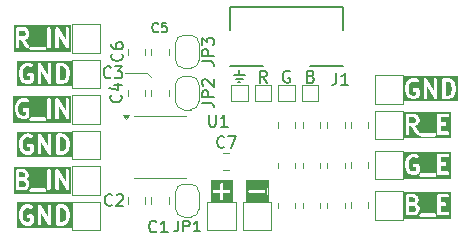
<source format=gbr>
%TF.GenerationSoftware,KiCad,Pcbnew,8.0.4*%
%TF.CreationDate,2024-08-31T12:18:16-06:00*%
%TF.ProjectId,SNEdge,534e4564-6765-42e6-9b69-6361645f7063,rev?*%
%TF.SameCoordinates,Original*%
%TF.FileFunction,Legend,Top*%
%TF.FilePolarity,Positive*%
%FSLAX46Y46*%
G04 Gerber Fmt 4.6, Leading zero omitted, Abs format (unit mm)*
G04 Created by KiCad (PCBNEW 8.0.4) date 2024-08-31 12:18:16*
%MOMM*%
%LPD*%
G01*
G04 APERTURE LIST*
%ADD10C,0.100000*%
%ADD11C,0.300000*%
%ADD12C,0.150000*%
%ADD13C,0.120000*%
%ADD14C,0.152400*%
G04 APERTURE END LIST*
D10*
X136800000Y-105100000D02*
X138600000Y-105100000D01*
X138600000Y-105700000D01*
X136800000Y-105700000D01*
X136800000Y-105100000D01*
G36*
X136800000Y-105100000D02*
G01*
X138600000Y-105100000D01*
X138600000Y-105700000D01*
X136800000Y-105700000D01*
X136800000Y-105100000D01*
G37*
X128400000Y-96000000D02*
X128740332Y-96340332D01*
X133800000Y-105100000D02*
X135600000Y-105100000D01*
X135600000Y-106900000D01*
X133800000Y-106900000D01*
X133800000Y-105100000D01*
X136800000Y-106300000D02*
X138600000Y-106300000D01*
X138600000Y-106900000D01*
X136800000Y-106900000D01*
X136800000Y-106300000D01*
G36*
X136800000Y-106300000D02*
G01*
X138600000Y-106300000D01*
X138600000Y-106900000D01*
X136800000Y-106900000D01*
X136800000Y-106300000D01*
G37*
X136800000Y-105100000D02*
X138600000Y-105100000D01*
X138600000Y-106900000D01*
X136800000Y-106900000D01*
X136800000Y-105100000D01*
X126500000Y-96000000D02*
X128400000Y-96000000D01*
D11*
G36*
X121350175Y-95480861D02*
G01*
X121450782Y-95581468D01*
X121503961Y-95687827D01*
X121566917Y-95939648D01*
X121566917Y-96117007D01*
X121503961Y-96368828D01*
X121450782Y-96475188D01*
X121350176Y-96575794D01*
X121192574Y-96628328D01*
X121009774Y-96628328D01*
X121009774Y-95428328D01*
X121192577Y-95428328D01*
X121350175Y-95480861D01*
G37*
G36*
X122033584Y-97094995D02*
G01*
X117400250Y-97094995D01*
X117400250Y-95921185D01*
X117566917Y-95921185D01*
X117566917Y-96135471D01*
X117567419Y-96140574D01*
X117567094Y-96142762D01*
X117568713Y-96153712D01*
X117569799Y-96164735D01*
X117570646Y-96166779D01*
X117571396Y-96171851D01*
X117642824Y-96457565D01*
X117643595Y-96459723D01*
X117643672Y-96460804D01*
X117648330Y-96472978D01*
X117652717Y-96485256D01*
X117653361Y-96486126D01*
X117654181Y-96488267D01*
X117725610Y-96631124D01*
X117733537Y-96643717D01*
X117735053Y-96647377D01*
X117738434Y-96651496D01*
X117741275Y-96656010D01*
X117744268Y-96658606D01*
X117753708Y-96670108D01*
X117896565Y-96812966D01*
X117919295Y-96831621D01*
X117924274Y-96833683D01*
X117928346Y-96837215D01*
X117955197Y-96849203D01*
X118169483Y-96920631D01*
X118183995Y-96923930D01*
X118187653Y-96925446D01*
X118192955Y-96925968D01*
X118198157Y-96927151D01*
X118202111Y-96926869D01*
X118216917Y-96928328D01*
X118359774Y-96928328D01*
X118374579Y-96926869D01*
X118378534Y-96927151D01*
X118383735Y-96925968D01*
X118389038Y-96925446D01*
X118392695Y-96923930D01*
X118407208Y-96920631D01*
X118621494Y-96849203D01*
X118648345Y-96837215D01*
X118652418Y-96833681D01*
X118657396Y-96831620D01*
X118680127Y-96812965D01*
X118751555Y-96741536D01*
X118770209Y-96718806D01*
X118790380Y-96670108D01*
X118792606Y-96664735D01*
X118795488Y-96635471D01*
X118795488Y-96135471D01*
X118792606Y-96106207D01*
X118770208Y-96052135D01*
X118728824Y-96010751D01*
X118674752Y-95988353D01*
X118645488Y-95985471D01*
X118359774Y-95985471D01*
X118330510Y-95988353D01*
X118276438Y-96010751D01*
X118235054Y-96052135D01*
X118212656Y-96106207D01*
X118212656Y-96164735D01*
X118235054Y-96218807D01*
X118276438Y-96260191D01*
X118330510Y-96282589D01*
X118359774Y-96285471D01*
X118495488Y-96285471D01*
X118495488Y-96573339D01*
X118493033Y-96575794D01*
X118335431Y-96628328D01*
X118241260Y-96628328D01*
X118083657Y-96575794D01*
X117983052Y-96475188D01*
X117929871Y-96368828D01*
X117866917Y-96117007D01*
X117866917Y-95939648D01*
X117929871Y-95687827D01*
X117983052Y-95581467D01*
X118083658Y-95480861D01*
X118241260Y-95428328D01*
X118395793Y-95428328D01*
X118506977Y-95483921D01*
X118534441Y-95494430D01*
X118592821Y-95498579D01*
X118648343Y-95480072D01*
X118692559Y-95441725D01*
X118718733Y-95389376D01*
X118722882Y-95330996D01*
X118705326Y-95278328D01*
X119138345Y-95278328D01*
X119138345Y-96778328D01*
X119141227Y-96807592D01*
X119163625Y-96861664D01*
X119205009Y-96903048D01*
X119259081Y-96925446D01*
X119317609Y-96925446D01*
X119371681Y-96903048D01*
X119413065Y-96861664D01*
X119435463Y-96807592D01*
X119438345Y-96778328D01*
X119438345Y-95843161D01*
X120015252Y-96852749D01*
X120019629Y-96858916D01*
X120020768Y-96861664D01*
X120023567Y-96864463D01*
X120032273Y-96876727D01*
X120048046Y-96888942D01*
X120062152Y-96903048D01*
X120070985Y-96906706D01*
X120078547Y-96912563D01*
X120097795Y-96917812D01*
X120116224Y-96925446D01*
X120125786Y-96925446D01*
X120135011Y-96927962D01*
X120154802Y-96925446D01*
X120174752Y-96925446D01*
X120183585Y-96921786D01*
X120193071Y-96920581D01*
X120210393Y-96910682D01*
X120228824Y-96903048D01*
X120235584Y-96896287D01*
X120243887Y-96891543D01*
X120256100Y-96875771D01*
X120270208Y-96861664D01*
X120273867Y-96852828D01*
X120279722Y-96845269D01*
X120284970Y-96826024D01*
X120292606Y-96807592D01*
X120294079Y-96792627D01*
X120295122Y-96788806D01*
X120294746Y-96785854D01*
X120295488Y-96778328D01*
X120295488Y-95278328D01*
X120709774Y-95278328D01*
X120709774Y-96778328D01*
X120712656Y-96807592D01*
X120735054Y-96861664D01*
X120776438Y-96903048D01*
X120830510Y-96925446D01*
X120859774Y-96928328D01*
X121216917Y-96928328D01*
X121231722Y-96926869D01*
X121235677Y-96927151D01*
X121240878Y-96925968D01*
X121246181Y-96925446D01*
X121249838Y-96923930D01*
X121264351Y-96920631D01*
X121478637Y-96849203D01*
X121505488Y-96837215D01*
X121509559Y-96833683D01*
X121514539Y-96831621D01*
X121537269Y-96812966D01*
X121680126Y-96670108D01*
X121689564Y-96658606D01*
X121692559Y-96656010D01*
X121695399Y-96651496D01*
X121698781Y-96647377D01*
X121700296Y-96643717D01*
X121708224Y-96631124D01*
X121779653Y-96488268D01*
X121780472Y-96486125D01*
X121781117Y-96485256D01*
X121785501Y-96472984D01*
X121790162Y-96460804D01*
X121790238Y-96459723D01*
X121791010Y-96457565D01*
X121862438Y-96171851D01*
X121863187Y-96166779D01*
X121864035Y-96164735D01*
X121865120Y-96153712D01*
X121866740Y-96142762D01*
X121866414Y-96140574D01*
X121866917Y-96135471D01*
X121866917Y-95921185D01*
X121866414Y-95916081D01*
X121866740Y-95913894D01*
X121865120Y-95902943D01*
X121864035Y-95891921D01*
X121863187Y-95889876D01*
X121862438Y-95884805D01*
X121791010Y-95599091D01*
X121790238Y-95596932D01*
X121790162Y-95595852D01*
X121785501Y-95583671D01*
X121781117Y-95571400D01*
X121780472Y-95570530D01*
X121779653Y-95568388D01*
X121708224Y-95425532D01*
X121700297Y-95412940D01*
X121698781Y-95409278D01*
X121695397Y-95405155D01*
X121692559Y-95400646D01*
X121689566Y-95398050D01*
X121680126Y-95386548D01*
X121537269Y-95243691D01*
X121514538Y-95225036D01*
X121509558Y-95222973D01*
X121505488Y-95219443D01*
X121478637Y-95207454D01*
X121264351Y-95136026D01*
X121249843Y-95132727D01*
X121246181Y-95131210D01*
X121240872Y-95130687D01*
X121235678Y-95129506D01*
X121231728Y-95129786D01*
X121216917Y-95128328D01*
X120859774Y-95128328D01*
X120830510Y-95131210D01*
X120776438Y-95153608D01*
X120735054Y-95194992D01*
X120712656Y-95249064D01*
X120709774Y-95278328D01*
X120295488Y-95278328D01*
X120292606Y-95249064D01*
X120270208Y-95194992D01*
X120228824Y-95153608D01*
X120174752Y-95131210D01*
X120116224Y-95131210D01*
X120062152Y-95153608D01*
X120020768Y-95194992D01*
X119998370Y-95249064D01*
X119995488Y-95278328D01*
X119995488Y-96213492D01*
X119418581Y-95203907D01*
X119414203Y-95197739D01*
X119413065Y-95194992D01*
X119410265Y-95192192D01*
X119401560Y-95179929D01*
X119385788Y-95167715D01*
X119371681Y-95153608D01*
X119362845Y-95149948D01*
X119355286Y-95144094D01*
X119336041Y-95138845D01*
X119317609Y-95131210D01*
X119308047Y-95131210D01*
X119298822Y-95128694D01*
X119279031Y-95131210D01*
X119259081Y-95131210D01*
X119250247Y-95134869D01*
X119240762Y-95136075D01*
X119223439Y-95145973D01*
X119205009Y-95153608D01*
X119198248Y-95160368D01*
X119189946Y-95165113D01*
X119177732Y-95180884D01*
X119163625Y-95194992D01*
X119159965Y-95203827D01*
X119154111Y-95211387D01*
X119148862Y-95230631D01*
X119141227Y-95249064D01*
X119139753Y-95264030D01*
X119138711Y-95267851D01*
X119139086Y-95270802D01*
X119138345Y-95278328D01*
X118705326Y-95278328D01*
X118704374Y-95275473D01*
X118666028Y-95231258D01*
X118641142Y-95215593D01*
X118498285Y-95144164D01*
X118470822Y-95133655D01*
X118465447Y-95133273D01*
X118460467Y-95131210D01*
X118431203Y-95128328D01*
X118216917Y-95128328D01*
X118202105Y-95129786D01*
X118198156Y-95129506D01*
X118192961Y-95130687D01*
X118187653Y-95131210D01*
X118183991Y-95132726D01*
X118169482Y-95136026D01*
X117955197Y-95207455D01*
X117928346Y-95219443D01*
X117924276Y-95222972D01*
X117919295Y-95225036D01*
X117896565Y-95243691D01*
X117753708Y-95386548D01*
X117744268Y-95398049D01*
X117741275Y-95400646D01*
X117738434Y-95405159D01*
X117735053Y-95409279D01*
X117733537Y-95412938D01*
X117725610Y-95425532D01*
X117654181Y-95568389D01*
X117653361Y-95570529D01*
X117652717Y-95571400D01*
X117648330Y-95583677D01*
X117643672Y-95595852D01*
X117643595Y-95596932D01*
X117642824Y-95599091D01*
X117571396Y-95884805D01*
X117570646Y-95889876D01*
X117569799Y-95891921D01*
X117568713Y-95902943D01*
X117567094Y-95913894D01*
X117567419Y-95916081D01*
X117566917Y-95921185D01*
X117400250Y-95921185D01*
X117400250Y-94961661D01*
X122033584Y-94961661D01*
X122033584Y-97094995D01*
G37*
G36*
X138585214Y-106346067D02*
G01*
X136814786Y-106346067D01*
X136814786Y-106000136D01*
X136981453Y-106000136D01*
X136981453Y-106058664D01*
X137003851Y-106112736D01*
X137045235Y-106154120D01*
X137099307Y-106176518D01*
X137128571Y-106179400D01*
X138271429Y-106179400D01*
X138300693Y-106176518D01*
X138354765Y-106154120D01*
X138396149Y-106112736D01*
X138418547Y-106058664D01*
X138418547Y-106000136D01*
X138396149Y-105946064D01*
X138354765Y-105904680D01*
X138300693Y-105882282D01*
X138271429Y-105879400D01*
X137128571Y-105879400D01*
X137099307Y-105882282D01*
X137045235Y-105904680D01*
X137003851Y-105946064D01*
X136981453Y-106000136D01*
X136814786Y-106000136D01*
X136814786Y-105712733D01*
X138585214Y-105712733D01*
X138585214Y-106346067D01*
G37*
G36*
X118064461Y-105195147D02*
G01*
X118093638Y-105224324D01*
X118138345Y-105313737D01*
X118138345Y-105457204D01*
X118093638Y-105546617D01*
X118056633Y-105583622D01*
X117967221Y-105628328D01*
X117581202Y-105628328D01*
X117581202Y-105142614D01*
X117906859Y-105142614D01*
X118064461Y-105195147D01*
G37*
G36*
X117985206Y-104473035D02*
G01*
X118022210Y-104510039D01*
X118066917Y-104599452D01*
X118066917Y-104671489D01*
X118022210Y-104760902D01*
X117985206Y-104797907D01*
X117895792Y-104842614D01*
X117581202Y-104842614D01*
X117581202Y-104428328D01*
X117895792Y-104428328D01*
X117985206Y-104473035D01*
G37*
G36*
X121962155Y-106237852D02*
G01*
X117114535Y-106237852D01*
X117114535Y-104278328D01*
X117281202Y-104278328D01*
X117281202Y-105778328D01*
X117284084Y-105807592D01*
X117306482Y-105861664D01*
X117347866Y-105903048D01*
X117401938Y-105925446D01*
X117431202Y-105928328D01*
X118002631Y-105928328D01*
X118031895Y-105925446D01*
X118036873Y-105923383D01*
X118042249Y-105923002D01*
X118069713Y-105912492D01*
X118110855Y-105891921D01*
X118426942Y-105891921D01*
X118426942Y-105950449D01*
X118449340Y-106004521D01*
X118490724Y-106045905D01*
X118544796Y-106068303D01*
X118574060Y-106071185D01*
X119716917Y-106071185D01*
X119746181Y-106068303D01*
X119800253Y-106045905D01*
X119841637Y-106004521D01*
X119864035Y-105950449D01*
X119864035Y-105891921D01*
X119841637Y-105837849D01*
X119800253Y-105796465D01*
X119746181Y-105774067D01*
X119716917Y-105771185D01*
X118574060Y-105771185D01*
X118544796Y-105774067D01*
X118490724Y-105796465D01*
X118449340Y-105837849D01*
X118426942Y-105891921D01*
X118110855Y-105891921D01*
X118212570Y-105841064D01*
X118225163Y-105833136D01*
X118228823Y-105831621D01*
X118232942Y-105828239D01*
X118237456Y-105825399D01*
X118240052Y-105822405D01*
X118251554Y-105812966D01*
X118322983Y-105741537D01*
X118332424Y-105730032D01*
X118335416Y-105727438D01*
X118338254Y-105722928D01*
X118341638Y-105718806D01*
X118343154Y-105715144D01*
X118351081Y-105702553D01*
X118422509Y-105559695D01*
X118433019Y-105532232D01*
X118433400Y-105526856D01*
X118435463Y-105521878D01*
X118438345Y-105492614D01*
X118438345Y-105278328D01*
X118435463Y-105249064D01*
X118433400Y-105244085D01*
X118433019Y-105238710D01*
X118422509Y-105211247D01*
X118351081Y-105068389D01*
X118343154Y-105055797D01*
X118341638Y-105052136D01*
X118338254Y-105048013D01*
X118335416Y-105043504D01*
X118332424Y-105040909D01*
X118322983Y-105029405D01*
X118251554Y-104957976D01*
X118250371Y-104957005D01*
X118251554Y-104955823D01*
X118260994Y-104944320D01*
X118263987Y-104941725D01*
X118266825Y-104937215D01*
X118270209Y-104933093D01*
X118271725Y-104929430D01*
X118279652Y-104916839D01*
X118351081Y-104773983D01*
X118361590Y-104746519D01*
X118361971Y-104741144D01*
X118364035Y-104736164D01*
X118366917Y-104706900D01*
X118366917Y-104564042D01*
X118364035Y-104534778D01*
X118361971Y-104529797D01*
X118361590Y-104524423D01*
X118351081Y-104496959D01*
X118279652Y-104354103D01*
X118271725Y-104341511D01*
X118270209Y-104337849D01*
X118266825Y-104333726D01*
X118263987Y-104329217D01*
X118260994Y-104326621D01*
X118251554Y-104315119D01*
X118214763Y-104278328D01*
X119924059Y-104278328D01*
X119924059Y-105778328D01*
X119926941Y-105807592D01*
X119949339Y-105861664D01*
X119990723Y-105903048D01*
X120044795Y-105925446D01*
X120103323Y-105925446D01*
X120157395Y-105903048D01*
X120198779Y-105861664D01*
X120221177Y-105807592D01*
X120224059Y-105778328D01*
X120224059Y-104278328D01*
X120638345Y-104278328D01*
X120638345Y-105778328D01*
X120641227Y-105807592D01*
X120663625Y-105861664D01*
X120705009Y-105903048D01*
X120759081Y-105925446D01*
X120817609Y-105925446D01*
X120871681Y-105903048D01*
X120913065Y-105861664D01*
X120935463Y-105807592D01*
X120938345Y-105778328D01*
X120938345Y-104843161D01*
X121515252Y-105852749D01*
X121519629Y-105858916D01*
X121520768Y-105861664D01*
X121523567Y-105864463D01*
X121532273Y-105876727D01*
X121548046Y-105888942D01*
X121562152Y-105903048D01*
X121570985Y-105906706D01*
X121578547Y-105912563D01*
X121597795Y-105917812D01*
X121616224Y-105925446D01*
X121625786Y-105925446D01*
X121635011Y-105927962D01*
X121654802Y-105925446D01*
X121674752Y-105925446D01*
X121683585Y-105921786D01*
X121693071Y-105920581D01*
X121710393Y-105910682D01*
X121728824Y-105903048D01*
X121735584Y-105896287D01*
X121743887Y-105891543D01*
X121756100Y-105875771D01*
X121770208Y-105861664D01*
X121773867Y-105852828D01*
X121779722Y-105845269D01*
X121784970Y-105826024D01*
X121792606Y-105807592D01*
X121794079Y-105792627D01*
X121795122Y-105788806D01*
X121794746Y-105785854D01*
X121795488Y-105778328D01*
X121795488Y-104278328D01*
X121792606Y-104249064D01*
X121770208Y-104194992D01*
X121728824Y-104153608D01*
X121674752Y-104131210D01*
X121616224Y-104131210D01*
X121562152Y-104153608D01*
X121520768Y-104194992D01*
X121498370Y-104249064D01*
X121495488Y-104278328D01*
X121495488Y-105213492D01*
X120918581Y-104203907D01*
X120914203Y-104197739D01*
X120913065Y-104194992D01*
X120910265Y-104192192D01*
X120901560Y-104179929D01*
X120885788Y-104167715D01*
X120871681Y-104153608D01*
X120862845Y-104149948D01*
X120855286Y-104144094D01*
X120836041Y-104138845D01*
X120817609Y-104131210D01*
X120808047Y-104131210D01*
X120798822Y-104128694D01*
X120779031Y-104131210D01*
X120759081Y-104131210D01*
X120750247Y-104134869D01*
X120740762Y-104136075D01*
X120723439Y-104145973D01*
X120705009Y-104153608D01*
X120698248Y-104160368D01*
X120689946Y-104165113D01*
X120677732Y-104180884D01*
X120663625Y-104194992D01*
X120659965Y-104203827D01*
X120654111Y-104211387D01*
X120648862Y-104230631D01*
X120641227Y-104249064D01*
X120639753Y-104264030D01*
X120638711Y-104267851D01*
X120639086Y-104270802D01*
X120638345Y-104278328D01*
X120224059Y-104278328D01*
X120221177Y-104249064D01*
X120198779Y-104194992D01*
X120157395Y-104153608D01*
X120103323Y-104131210D01*
X120044795Y-104131210D01*
X119990723Y-104153608D01*
X119949339Y-104194992D01*
X119926941Y-104249064D01*
X119924059Y-104278328D01*
X118214763Y-104278328D01*
X118180126Y-104243691D01*
X118168624Y-104234251D01*
X118166028Y-104231258D01*
X118161514Y-104228417D01*
X118157395Y-104225036D01*
X118153735Y-104223520D01*
X118141142Y-104215593D01*
X117998284Y-104144164D01*
X117970821Y-104133654D01*
X117965443Y-104133271D01*
X117960466Y-104131210D01*
X117931202Y-104128328D01*
X117431202Y-104128328D01*
X117401938Y-104131210D01*
X117347866Y-104153608D01*
X117306482Y-104194992D01*
X117284084Y-104249064D01*
X117281202Y-104278328D01*
X117114535Y-104278328D01*
X117114535Y-103961661D01*
X121962155Y-103961661D01*
X121962155Y-106237852D01*
G37*
G36*
X121350175Y-107480861D02*
G01*
X121450782Y-107581468D01*
X121503961Y-107687827D01*
X121566917Y-107939648D01*
X121566917Y-108117007D01*
X121503961Y-108368828D01*
X121450782Y-108475188D01*
X121350176Y-108575794D01*
X121192574Y-108628328D01*
X121009774Y-108628328D01*
X121009774Y-107428328D01*
X121192577Y-107428328D01*
X121350175Y-107480861D01*
G37*
G36*
X122033584Y-109094995D02*
G01*
X117400250Y-109094995D01*
X117400250Y-107921185D01*
X117566917Y-107921185D01*
X117566917Y-108135471D01*
X117567419Y-108140574D01*
X117567094Y-108142762D01*
X117568713Y-108153712D01*
X117569799Y-108164735D01*
X117570646Y-108166779D01*
X117571396Y-108171851D01*
X117642824Y-108457565D01*
X117643595Y-108459723D01*
X117643672Y-108460804D01*
X117648330Y-108472978D01*
X117652717Y-108485256D01*
X117653361Y-108486126D01*
X117654181Y-108488267D01*
X117725610Y-108631124D01*
X117733537Y-108643717D01*
X117735053Y-108647377D01*
X117738434Y-108651496D01*
X117741275Y-108656010D01*
X117744268Y-108658606D01*
X117753708Y-108670108D01*
X117896565Y-108812966D01*
X117919295Y-108831621D01*
X117924274Y-108833683D01*
X117928346Y-108837215D01*
X117955197Y-108849203D01*
X118169483Y-108920631D01*
X118183995Y-108923930D01*
X118187653Y-108925446D01*
X118192955Y-108925968D01*
X118198157Y-108927151D01*
X118202111Y-108926869D01*
X118216917Y-108928328D01*
X118359774Y-108928328D01*
X118374579Y-108926869D01*
X118378534Y-108927151D01*
X118383735Y-108925968D01*
X118389038Y-108925446D01*
X118392695Y-108923930D01*
X118407208Y-108920631D01*
X118621494Y-108849203D01*
X118648345Y-108837215D01*
X118652418Y-108833681D01*
X118657396Y-108831620D01*
X118680127Y-108812965D01*
X118751555Y-108741536D01*
X118770209Y-108718806D01*
X118790380Y-108670108D01*
X118792606Y-108664735D01*
X118795488Y-108635471D01*
X118795488Y-108135471D01*
X118792606Y-108106207D01*
X118770208Y-108052135D01*
X118728824Y-108010751D01*
X118674752Y-107988353D01*
X118645488Y-107985471D01*
X118359774Y-107985471D01*
X118330510Y-107988353D01*
X118276438Y-108010751D01*
X118235054Y-108052135D01*
X118212656Y-108106207D01*
X118212656Y-108164735D01*
X118235054Y-108218807D01*
X118276438Y-108260191D01*
X118330510Y-108282589D01*
X118359774Y-108285471D01*
X118495488Y-108285471D01*
X118495488Y-108573339D01*
X118493033Y-108575794D01*
X118335431Y-108628328D01*
X118241260Y-108628328D01*
X118083657Y-108575794D01*
X117983052Y-108475188D01*
X117929871Y-108368828D01*
X117866917Y-108117007D01*
X117866917Y-107939648D01*
X117929871Y-107687827D01*
X117983052Y-107581467D01*
X118083658Y-107480861D01*
X118241260Y-107428328D01*
X118395793Y-107428328D01*
X118506977Y-107483921D01*
X118534441Y-107494430D01*
X118592821Y-107498579D01*
X118648343Y-107480072D01*
X118692559Y-107441725D01*
X118718733Y-107389376D01*
X118722882Y-107330996D01*
X118705326Y-107278328D01*
X119138345Y-107278328D01*
X119138345Y-108778328D01*
X119141227Y-108807592D01*
X119163625Y-108861664D01*
X119205009Y-108903048D01*
X119259081Y-108925446D01*
X119317609Y-108925446D01*
X119371681Y-108903048D01*
X119413065Y-108861664D01*
X119435463Y-108807592D01*
X119438345Y-108778328D01*
X119438345Y-107843161D01*
X120015252Y-108852749D01*
X120019629Y-108858916D01*
X120020768Y-108861664D01*
X120023567Y-108864463D01*
X120032273Y-108876727D01*
X120048046Y-108888942D01*
X120062152Y-108903048D01*
X120070985Y-108906706D01*
X120078547Y-108912563D01*
X120097795Y-108917812D01*
X120116224Y-108925446D01*
X120125786Y-108925446D01*
X120135011Y-108927962D01*
X120154802Y-108925446D01*
X120174752Y-108925446D01*
X120183585Y-108921786D01*
X120193071Y-108920581D01*
X120210393Y-108910682D01*
X120228824Y-108903048D01*
X120235584Y-108896287D01*
X120243887Y-108891543D01*
X120256100Y-108875771D01*
X120270208Y-108861664D01*
X120273867Y-108852828D01*
X120279722Y-108845269D01*
X120284970Y-108826024D01*
X120292606Y-108807592D01*
X120294079Y-108792627D01*
X120295122Y-108788806D01*
X120294746Y-108785854D01*
X120295488Y-108778328D01*
X120295488Y-107278328D01*
X120709774Y-107278328D01*
X120709774Y-108778328D01*
X120712656Y-108807592D01*
X120735054Y-108861664D01*
X120776438Y-108903048D01*
X120830510Y-108925446D01*
X120859774Y-108928328D01*
X121216917Y-108928328D01*
X121231722Y-108926869D01*
X121235677Y-108927151D01*
X121240878Y-108925968D01*
X121246181Y-108925446D01*
X121249838Y-108923930D01*
X121264351Y-108920631D01*
X121478637Y-108849203D01*
X121505488Y-108837215D01*
X121509559Y-108833683D01*
X121514539Y-108831621D01*
X121537269Y-108812966D01*
X121680126Y-108670108D01*
X121689564Y-108658606D01*
X121692559Y-108656010D01*
X121695399Y-108651496D01*
X121698781Y-108647377D01*
X121700296Y-108643717D01*
X121708224Y-108631124D01*
X121779653Y-108488268D01*
X121780472Y-108486125D01*
X121781117Y-108485256D01*
X121785501Y-108472984D01*
X121790162Y-108460804D01*
X121790238Y-108459723D01*
X121791010Y-108457565D01*
X121862438Y-108171851D01*
X121863187Y-108166779D01*
X121864035Y-108164735D01*
X121865120Y-108153712D01*
X121866740Y-108142762D01*
X121866414Y-108140574D01*
X121866917Y-108135471D01*
X121866917Y-107921185D01*
X121866414Y-107916081D01*
X121866740Y-107913894D01*
X121865120Y-107902943D01*
X121864035Y-107891921D01*
X121863187Y-107889876D01*
X121862438Y-107884805D01*
X121791010Y-107599091D01*
X121790238Y-107596932D01*
X121790162Y-107595852D01*
X121785501Y-107583671D01*
X121781117Y-107571400D01*
X121780472Y-107570530D01*
X121779653Y-107568388D01*
X121708224Y-107425532D01*
X121700297Y-107412940D01*
X121698781Y-107409278D01*
X121695397Y-107405155D01*
X121692559Y-107400646D01*
X121689566Y-107398050D01*
X121680126Y-107386548D01*
X121537269Y-107243691D01*
X121514538Y-107225036D01*
X121509558Y-107222973D01*
X121505488Y-107219443D01*
X121478637Y-107207454D01*
X121264351Y-107136026D01*
X121249843Y-107132727D01*
X121246181Y-107131210D01*
X121240872Y-107130687D01*
X121235678Y-107129506D01*
X121231728Y-107129786D01*
X121216917Y-107128328D01*
X120859774Y-107128328D01*
X120830510Y-107131210D01*
X120776438Y-107153608D01*
X120735054Y-107194992D01*
X120712656Y-107249064D01*
X120709774Y-107278328D01*
X120295488Y-107278328D01*
X120292606Y-107249064D01*
X120270208Y-107194992D01*
X120228824Y-107153608D01*
X120174752Y-107131210D01*
X120116224Y-107131210D01*
X120062152Y-107153608D01*
X120020768Y-107194992D01*
X119998370Y-107249064D01*
X119995488Y-107278328D01*
X119995488Y-108213492D01*
X119418581Y-107203907D01*
X119414203Y-107197739D01*
X119413065Y-107194992D01*
X119410265Y-107192192D01*
X119401560Y-107179929D01*
X119385788Y-107167715D01*
X119371681Y-107153608D01*
X119362845Y-107149948D01*
X119355286Y-107144094D01*
X119336041Y-107138845D01*
X119317609Y-107131210D01*
X119308047Y-107131210D01*
X119298822Y-107128694D01*
X119279031Y-107131210D01*
X119259081Y-107131210D01*
X119250247Y-107134869D01*
X119240762Y-107136075D01*
X119223439Y-107145973D01*
X119205009Y-107153608D01*
X119198248Y-107160368D01*
X119189946Y-107165113D01*
X119177732Y-107180884D01*
X119163625Y-107194992D01*
X119159965Y-107203827D01*
X119154111Y-107211387D01*
X119148862Y-107230631D01*
X119141227Y-107249064D01*
X119139753Y-107264030D01*
X119138711Y-107267851D01*
X119139086Y-107270802D01*
X119138345Y-107278328D01*
X118705326Y-107278328D01*
X118704374Y-107275473D01*
X118666028Y-107231258D01*
X118641142Y-107215593D01*
X118498285Y-107144164D01*
X118470822Y-107133655D01*
X118465447Y-107133273D01*
X118460467Y-107131210D01*
X118431203Y-107128328D01*
X118216917Y-107128328D01*
X118202105Y-107129786D01*
X118198156Y-107129506D01*
X118192961Y-107130687D01*
X118187653Y-107131210D01*
X118183991Y-107132726D01*
X118169482Y-107136026D01*
X117955197Y-107207455D01*
X117928346Y-107219443D01*
X117924276Y-107222972D01*
X117919295Y-107225036D01*
X117896565Y-107243691D01*
X117753708Y-107386548D01*
X117744268Y-107398049D01*
X117741275Y-107400646D01*
X117738434Y-107405159D01*
X117735053Y-107409279D01*
X117733537Y-107412938D01*
X117725610Y-107425532D01*
X117654181Y-107568389D01*
X117653361Y-107570529D01*
X117652717Y-107571400D01*
X117648330Y-107583677D01*
X117643672Y-107595852D01*
X117643595Y-107596932D01*
X117642824Y-107599091D01*
X117571396Y-107884805D01*
X117570646Y-107889876D01*
X117569799Y-107891921D01*
X117568713Y-107902943D01*
X117567094Y-107913894D01*
X117567419Y-107916081D01*
X117566917Y-107921185D01*
X117400250Y-107921185D01*
X117400250Y-106961661D01*
X122033584Y-106961661D01*
X122033584Y-109094995D01*
G37*
G36*
X154125438Y-104950352D02*
G01*
X150066415Y-104950352D01*
X150066415Y-103633685D01*
X150233082Y-103633685D01*
X150233082Y-103847971D01*
X150233584Y-103853074D01*
X150233259Y-103855262D01*
X150234878Y-103866212D01*
X150235964Y-103877235D01*
X150236811Y-103879279D01*
X150237561Y-103884351D01*
X150308989Y-104170065D01*
X150309760Y-104172223D01*
X150309837Y-104173304D01*
X150314495Y-104185478D01*
X150318882Y-104197756D01*
X150319526Y-104198626D01*
X150320346Y-104200767D01*
X150391775Y-104343624D01*
X150399702Y-104356217D01*
X150401218Y-104359877D01*
X150404599Y-104363996D01*
X150407440Y-104368510D01*
X150410433Y-104371106D01*
X150419873Y-104382608D01*
X150562730Y-104525466D01*
X150585460Y-104544121D01*
X150590439Y-104546183D01*
X150594511Y-104549715D01*
X150621362Y-104561703D01*
X150835648Y-104633131D01*
X150850160Y-104636430D01*
X150853818Y-104637946D01*
X150859120Y-104638468D01*
X150864322Y-104639651D01*
X150868276Y-104639369D01*
X150883082Y-104640828D01*
X151025939Y-104640828D01*
X151040744Y-104639369D01*
X151044699Y-104639651D01*
X151049900Y-104638468D01*
X151055203Y-104637946D01*
X151058860Y-104636430D01*
X151073373Y-104633131D01*
X151159504Y-104604421D01*
X151450250Y-104604421D01*
X151450250Y-104662949D01*
X151472648Y-104717021D01*
X151514032Y-104758405D01*
X151568104Y-104780803D01*
X151597368Y-104783685D01*
X152740225Y-104783685D01*
X152769489Y-104780803D01*
X152823561Y-104758405D01*
X152864945Y-104717021D01*
X152887343Y-104662949D01*
X152887343Y-104604421D01*
X152864945Y-104550349D01*
X152823561Y-104508965D01*
X152769489Y-104486567D01*
X152740225Y-104483685D01*
X151597368Y-104483685D01*
X151568104Y-104486567D01*
X151514032Y-104508965D01*
X151472648Y-104550349D01*
X151450250Y-104604421D01*
X151159504Y-104604421D01*
X151287659Y-104561703D01*
X151314510Y-104549715D01*
X151318583Y-104546181D01*
X151323561Y-104544120D01*
X151346292Y-104525465D01*
X151417720Y-104454036D01*
X151436374Y-104431306D01*
X151456545Y-104382608D01*
X151458771Y-104377235D01*
X151461653Y-104347971D01*
X151461653Y-103847971D01*
X151458771Y-103818707D01*
X151436373Y-103764635D01*
X151394989Y-103723251D01*
X151340917Y-103700853D01*
X151311653Y-103697971D01*
X151025939Y-103697971D01*
X150996675Y-103700853D01*
X150942603Y-103723251D01*
X150901219Y-103764635D01*
X150878821Y-103818707D01*
X150878821Y-103877235D01*
X150901219Y-103931307D01*
X150942603Y-103972691D01*
X150996675Y-103995089D01*
X151025939Y-103997971D01*
X151161653Y-103997971D01*
X151161653Y-104285839D01*
X151159198Y-104288294D01*
X151001596Y-104340828D01*
X150907425Y-104340828D01*
X150749822Y-104288294D01*
X150649217Y-104187688D01*
X150596036Y-104081328D01*
X150533082Y-103829507D01*
X150533082Y-103652148D01*
X150596036Y-103400327D01*
X150649217Y-103293967D01*
X150749823Y-103193361D01*
X150907425Y-103140828D01*
X151061958Y-103140828D01*
X151173142Y-103196421D01*
X151200606Y-103206930D01*
X151258986Y-103211079D01*
X151314508Y-103192572D01*
X151358724Y-103154225D01*
X151384898Y-103101876D01*
X151389047Y-103043496D01*
X151371491Y-102990828D01*
X152947367Y-102990828D01*
X152947367Y-104490828D01*
X152950249Y-104520092D01*
X152972647Y-104574164D01*
X153014031Y-104615548D01*
X153068103Y-104637946D01*
X153097367Y-104640828D01*
X153811653Y-104640828D01*
X153840917Y-104637946D01*
X153894989Y-104615548D01*
X153936373Y-104574164D01*
X153958771Y-104520092D01*
X153958771Y-104461564D01*
X153936373Y-104407492D01*
X153894989Y-104366108D01*
X153840917Y-104343710D01*
X153811653Y-104340828D01*
X153247367Y-104340828D01*
X153247367Y-103855114D01*
X153597367Y-103855114D01*
X153626631Y-103852232D01*
X153680703Y-103829834D01*
X153722087Y-103788450D01*
X153744485Y-103734378D01*
X153744485Y-103675850D01*
X153722087Y-103621778D01*
X153680703Y-103580394D01*
X153626631Y-103557996D01*
X153597367Y-103555114D01*
X153247367Y-103555114D01*
X153247367Y-103140828D01*
X153811653Y-103140828D01*
X153840917Y-103137946D01*
X153894989Y-103115548D01*
X153936373Y-103074164D01*
X153958771Y-103020092D01*
X153958771Y-102961564D01*
X153936373Y-102907492D01*
X153894989Y-102866108D01*
X153840917Y-102843710D01*
X153811653Y-102840828D01*
X153097367Y-102840828D01*
X153068103Y-102843710D01*
X153014031Y-102866108D01*
X152972647Y-102907492D01*
X152950249Y-102961564D01*
X152947367Y-102990828D01*
X151371491Y-102990828D01*
X151370539Y-102987973D01*
X151332193Y-102943758D01*
X151307307Y-102928093D01*
X151164450Y-102856664D01*
X151136987Y-102846155D01*
X151131612Y-102845773D01*
X151126632Y-102843710D01*
X151097368Y-102840828D01*
X150883082Y-102840828D01*
X150868270Y-102842286D01*
X150864321Y-102842006D01*
X150859126Y-102843187D01*
X150853818Y-102843710D01*
X150850156Y-102845226D01*
X150835647Y-102848526D01*
X150621362Y-102919955D01*
X150594511Y-102931943D01*
X150590441Y-102935472D01*
X150585460Y-102937536D01*
X150562730Y-102956191D01*
X150419873Y-103099048D01*
X150410433Y-103110549D01*
X150407440Y-103113146D01*
X150404599Y-103117659D01*
X150401218Y-103121779D01*
X150399702Y-103125438D01*
X150391775Y-103138032D01*
X150320346Y-103280889D01*
X150319526Y-103283029D01*
X150318882Y-103283900D01*
X150314495Y-103296177D01*
X150309837Y-103308352D01*
X150309760Y-103309432D01*
X150308989Y-103311591D01*
X150237561Y-103597305D01*
X150236811Y-103602376D01*
X150235964Y-103604421D01*
X150234878Y-103615443D01*
X150233259Y-103626394D01*
X150233584Y-103628581D01*
X150233082Y-103633685D01*
X150066415Y-103633685D01*
X150066415Y-102674161D01*
X154125438Y-102674161D01*
X154125438Y-104950352D01*
G37*
G36*
X151079943Y-99785535D02*
G01*
X151116947Y-99822539D01*
X151161653Y-99911951D01*
X151161653Y-100055418D01*
X151116946Y-100144831D01*
X151079941Y-100181836D01*
X150990529Y-100226542D01*
X150604510Y-100226542D01*
X150604510Y-99740828D01*
X150990529Y-99740828D01*
X151079943Y-99785535D01*
G37*
G36*
X154125438Y-101550352D02*
G01*
X150137843Y-101550352D01*
X150137843Y-99590828D01*
X150304510Y-99590828D01*
X150304510Y-101090828D01*
X150307392Y-101120092D01*
X150329790Y-101174164D01*
X150371174Y-101215548D01*
X150425246Y-101237946D01*
X150483774Y-101237946D01*
X150537846Y-101215548D01*
X150579230Y-101174164D01*
X150601628Y-101120092D01*
X150604510Y-101090828D01*
X150604510Y-100526542D01*
X150733555Y-100526542D01*
X151188768Y-101176847D01*
X151207911Y-101199169D01*
X151257268Y-101230622D01*
X151314904Y-101240793D01*
X151372046Y-101228134D01*
X151405921Y-101204421D01*
X151450250Y-101204421D01*
X151450250Y-101262949D01*
X151472648Y-101317021D01*
X151514032Y-101358405D01*
X151568104Y-101380803D01*
X151597368Y-101383685D01*
X152740225Y-101383685D01*
X152769489Y-101380803D01*
X152823561Y-101358405D01*
X152864945Y-101317021D01*
X152887343Y-101262949D01*
X152887343Y-101204421D01*
X152864945Y-101150349D01*
X152823561Y-101108965D01*
X152769489Y-101086567D01*
X152740225Y-101083685D01*
X151597368Y-101083685D01*
X151568104Y-101086567D01*
X151514032Y-101108965D01*
X151472648Y-101150349D01*
X151450250Y-101204421D01*
X151405921Y-101204421D01*
X151419994Y-101194570D01*
X151451447Y-101145213D01*
X151461618Y-101087577D01*
X151448959Y-101030435D01*
X151434538Y-101004809D01*
X151089586Y-100512020D01*
X151093021Y-100510706D01*
X151235878Y-100439278D01*
X151248471Y-100431350D01*
X151252131Y-100429835D01*
X151256250Y-100426453D01*
X151260764Y-100423613D01*
X151263360Y-100420619D01*
X151274862Y-100411180D01*
X151346291Y-100339751D01*
X151355732Y-100328246D01*
X151358724Y-100325652D01*
X151361562Y-100321142D01*
X151364946Y-100317020D01*
X151366462Y-100313358D01*
X151374389Y-100300767D01*
X151445817Y-100157909D01*
X151456327Y-100130446D01*
X151456708Y-100125070D01*
X151458771Y-100120092D01*
X151461653Y-100090828D01*
X151461653Y-99876542D01*
X151458771Y-99847278D01*
X151456708Y-99842299D01*
X151456327Y-99836924D01*
X151445817Y-99809461D01*
X151374389Y-99666603D01*
X151366460Y-99654008D01*
X151364945Y-99650349D01*
X151361563Y-99646228D01*
X151358724Y-99641718D01*
X151355732Y-99639123D01*
X151346290Y-99627618D01*
X151309499Y-99590828D01*
X152947367Y-99590828D01*
X152947367Y-101090828D01*
X152950249Y-101120092D01*
X152972647Y-101174164D01*
X153014031Y-101215548D01*
X153068103Y-101237946D01*
X153097367Y-101240828D01*
X153811653Y-101240828D01*
X153840917Y-101237946D01*
X153894989Y-101215548D01*
X153936373Y-101174164D01*
X153958771Y-101120092D01*
X153958771Y-101061564D01*
X153936373Y-101007492D01*
X153894989Y-100966108D01*
X153840917Y-100943710D01*
X153811653Y-100940828D01*
X153247367Y-100940828D01*
X153247367Y-100455114D01*
X153597367Y-100455114D01*
X153626631Y-100452232D01*
X153680703Y-100429834D01*
X153722087Y-100388450D01*
X153744485Y-100334378D01*
X153744485Y-100275850D01*
X153722087Y-100221778D01*
X153680703Y-100180394D01*
X153626631Y-100157996D01*
X153597367Y-100155114D01*
X153247367Y-100155114D01*
X153247367Y-99740828D01*
X153811653Y-99740828D01*
X153840917Y-99737946D01*
X153894989Y-99715548D01*
X153936373Y-99674164D01*
X153958771Y-99620092D01*
X153958771Y-99561564D01*
X153936373Y-99507492D01*
X153894989Y-99466108D01*
X153840917Y-99443710D01*
X153811653Y-99440828D01*
X153097367Y-99440828D01*
X153068103Y-99443710D01*
X153014031Y-99466108D01*
X152972647Y-99507492D01*
X152950249Y-99561564D01*
X152947367Y-99590828D01*
X151309499Y-99590828D01*
X151274861Y-99556190D01*
X151263361Y-99546752D01*
X151260764Y-99543758D01*
X151256247Y-99540915D01*
X151252130Y-99537536D01*
X151248473Y-99536021D01*
X151235878Y-99528093D01*
X151093021Y-99456664D01*
X151065558Y-99446155D01*
X151060183Y-99445773D01*
X151055203Y-99443710D01*
X151025939Y-99440828D01*
X150454510Y-99440828D01*
X150425246Y-99443710D01*
X150371174Y-99466108D01*
X150329790Y-99507492D01*
X150307392Y-99561564D01*
X150304510Y-99590828D01*
X150137843Y-99590828D01*
X150137843Y-99274161D01*
X154125438Y-99274161D01*
X154125438Y-101550352D01*
G37*
G36*
X118056635Y-92473035D02*
G01*
X118093639Y-92510039D01*
X118138345Y-92599451D01*
X118138345Y-92742918D01*
X118093638Y-92832331D01*
X118056633Y-92869336D01*
X117967221Y-92914042D01*
X117581202Y-92914042D01*
X117581202Y-92428328D01*
X117967221Y-92428328D01*
X118056635Y-92473035D01*
G37*
G36*
X121962155Y-94237852D02*
G01*
X117114535Y-94237852D01*
X117114535Y-92278328D01*
X117281202Y-92278328D01*
X117281202Y-93778328D01*
X117284084Y-93807592D01*
X117306482Y-93861664D01*
X117347866Y-93903048D01*
X117401938Y-93925446D01*
X117460466Y-93925446D01*
X117514538Y-93903048D01*
X117555922Y-93861664D01*
X117578320Y-93807592D01*
X117581202Y-93778328D01*
X117581202Y-93214042D01*
X117710247Y-93214042D01*
X118165460Y-93864347D01*
X118184603Y-93886669D01*
X118233960Y-93918122D01*
X118291596Y-93928293D01*
X118348738Y-93915634D01*
X118382613Y-93891921D01*
X118426942Y-93891921D01*
X118426942Y-93950449D01*
X118449340Y-94004521D01*
X118490724Y-94045905D01*
X118544796Y-94068303D01*
X118574060Y-94071185D01*
X119716917Y-94071185D01*
X119746181Y-94068303D01*
X119800253Y-94045905D01*
X119841637Y-94004521D01*
X119864035Y-93950449D01*
X119864035Y-93891921D01*
X119841637Y-93837849D01*
X119800253Y-93796465D01*
X119746181Y-93774067D01*
X119716917Y-93771185D01*
X118574060Y-93771185D01*
X118544796Y-93774067D01*
X118490724Y-93796465D01*
X118449340Y-93837849D01*
X118426942Y-93891921D01*
X118382613Y-93891921D01*
X118396686Y-93882070D01*
X118428139Y-93832713D01*
X118438310Y-93775077D01*
X118425651Y-93717935D01*
X118411230Y-93692309D01*
X118066278Y-93199520D01*
X118069713Y-93198206D01*
X118212570Y-93126778D01*
X118225163Y-93118850D01*
X118228823Y-93117335D01*
X118232942Y-93113953D01*
X118237456Y-93111113D01*
X118240052Y-93108119D01*
X118251554Y-93098680D01*
X118322983Y-93027251D01*
X118332424Y-93015746D01*
X118335416Y-93013152D01*
X118338254Y-93008642D01*
X118341638Y-93004520D01*
X118343154Y-93000858D01*
X118351081Y-92988267D01*
X118422509Y-92845409D01*
X118433019Y-92817946D01*
X118433400Y-92812570D01*
X118435463Y-92807592D01*
X118438345Y-92778328D01*
X118438345Y-92564042D01*
X118435463Y-92534778D01*
X118433400Y-92529799D01*
X118433019Y-92524424D01*
X118422509Y-92496961D01*
X118351081Y-92354103D01*
X118343152Y-92341508D01*
X118341637Y-92337849D01*
X118338255Y-92333728D01*
X118335416Y-92329218D01*
X118332424Y-92326623D01*
X118322982Y-92315118D01*
X118286191Y-92278328D01*
X119924059Y-92278328D01*
X119924059Y-93778328D01*
X119926941Y-93807592D01*
X119949339Y-93861664D01*
X119990723Y-93903048D01*
X120044795Y-93925446D01*
X120103323Y-93925446D01*
X120157395Y-93903048D01*
X120198779Y-93861664D01*
X120221177Y-93807592D01*
X120224059Y-93778328D01*
X120224059Y-92278328D01*
X120638345Y-92278328D01*
X120638345Y-93778328D01*
X120641227Y-93807592D01*
X120663625Y-93861664D01*
X120705009Y-93903048D01*
X120759081Y-93925446D01*
X120817609Y-93925446D01*
X120871681Y-93903048D01*
X120913065Y-93861664D01*
X120935463Y-93807592D01*
X120938345Y-93778328D01*
X120938345Y-92843161D01*
X121515252Y-93852749D01*
X121519629Y-93858916D01*
X121520768Y-93861664D01*
X121523567Y-93864463D01*
X121532273Y-93876727D01*
X121548046Y-93888942D01*
X121562152Y-93903048D01*
X121570985Y-93906706D01*
X121578547Y-93912563D01*
X121597795Y-93917812D01*
X121616224Y-93925446D01*
X121625786Y-93925446D01*
X121635011Y-93927962D01*
X121654802Y-93925446D01*
X121674752Y-93925446D01*
X121683585Y-93921786D01*
X121693071Y-93920581D01*
X121710393Y-93910682D01*
X121728824Y-93903048D01*
X121735584Y-93896287D01*
X121743887Y-93891543D01*
X121756100Y-93875771D01*
X121770208Y-93861664D01*
X121773867Y-93852828D01*
X121779722Y-93845269D01*
X121784970Y-93826024D01*
X121792606Y-93807592D01*
X121794079Y-93792627D01*
X121795122Y-93788806D01*
X121794746Y-93785854D01*
X121795488Y-93778328D01*
X121795488Y-92278328D01*
X121792606Y-92249064D01*
X121770208Y-92194992D01*
X121728824Y-92153608D01*
X121674752Y-92131210D01*
X121616224Y-92131210D01*
X121562152Y-92153608D01*
X121520768Y-92194992D01*
X121498370Y-92249064D01*
X121495488Y-92278328D01*
X121495488Y-93213492D01*
X120918581Y-92203907D01*
X120914203Y-92197739D01*
X120913065Y-92194992D01*
X120910265Y-92192192D01*
X120901560Y-92179929D01*
X120885788Y-92167715D01*
X120871681Y-92153608D01*
X120862845Y-92149948D01*
X120855286Y-92144094D01*
X120836041Y-92138845D01*
X120817609Y-92131210D01*
X120808047Y-92131210D01*
X120798822Y-92128694D01*
X120779031Y-92131210D01*
X120759081Y-92131210D01*
X120750247Y-92134869D01*
X120740762Y-92136075D01*
X120723439Y-92145973D01*
X120705009Y-92153608D01*
X120698248Y-92160368D01*
X120689946Y-92165113D01*
X120677732Y-92180884D01*
X120663625Y-92194992D01*
X120659965Y-92203827D01*
X120654111Y-92211387D01*
X120648862Y-92230631D01*
X120641227Y-92249064D01*
X120639753Y-92264030D01*
X120638711Y-92267851D01*
X120639086Y-92270802D01*
X120638345Y-92278328D01*
X120224059Y-92278328D01*
X120221177Y-92249064D01*
X120198779Y-92194992D01*
X120157395Y-92153608D01*
X120103323Y-92131210D01*
X120044795Y-92131210D01*
X119990723Y-92153608D01*
X119949339Y-92194992D01*
X119926941Y-92249064D01*
X119924059Y-92278328D01*
X118286191Y-92278328D01*
X118251553Y-92243690D01*
X118240053Y-92234252D01*
X118237456Y-92231258D01*
X118232939Y-92228415D01*
X118228822Y-92225036D01*
X118225165Y-92223521D01*
X118212570Y-92215593D01*
X118069713Y-92144164D01*
X118042250Y-92133655D01*
X118036875Y-92133273D01*
X118031895Y-92131210D01*
X118002631Y-92128328D01*
X117431202Y-92128328D01*
X117401938Y-92131210D01*
X117347866Y-92153608D01*
X117306482Y-92194992D01*
X117284084Y-92249064D01*
X117281202Y-92278328D01*
X117114535Y-92278328D01*
X117114535Y-91961661D01*
X121962155Y-91961661D01*
X121962155Y-94237852D01*
G37*
D12*
X142271431Y-96296009D02*
X142414288Y-96343628D01*
X142414288Y-96343628D02*
X142461907Y-96391247D01*
X142461907Y-96391247D02*
X142509526Y-96486485D01*
X142509526Y-96486485D02*
X142509526Y-96629342D01*
X142509526Y-96629342D02*
X142461907Y-96724580D01*
X142461907Y-96724580D02*
X142414288Y-96772200D01*
X142414288Y-96772200D02*
X142319050Y-96819819D01*
X142319050Y-96819819D02*
X141938098Y-96819819D01*
X141938098Y-96819819D02*
X141938098Y-95819819D01*
X141938098Y-95819819D02*
X142271431Y-95819819D01*
X142271431Y-95819819D02*
X142366669Y-95867438D01*
X142366669Y-95867438D02*
X142414288Y-95915057D01*
X142414288Y-95915057D02*
X142461907Y-96010295D01*
X142461907Y-96010295D02*
X142461907Y-96105533D01*
X142461907Y-96105533D02*
X142414288Y-96200771D01*
X142414288Y-96200771D02*
X142366669Y-96248390D01*
X142366669Y-96248390D02*
X142271431Y-96296009D01*
X142271431Y-96296009D02*
X141938098Y-96296009D01*
X135723810Y-96198390D02*
X136676191Y-96198390D01*
X135914286Y-96484104D02*
X136485714Y-96484104D01*
X136200000Y-95769819D02*
X136200000Y-96198390D01*
X136295238Y-96769819D02*
X136104762Y-96769819D01*
D11*
G36*
X121962155Y-100237852D02*
G01*
X117043107Y-100237852D01*
X117043107Y-98921185D01*
X117209774Y-98921185D01*
X117209774Y-99135471D01*
X117210276Y-99140574D01*
X117209951Y-99142762D01*
X117211570Y-99153712D01*
X117212656Y-99164735D01*
X117213503Y-99166779D01*
X117214253Y-99171851D01*
X117285681Y-99457565D01*
X117286452Y-99459723D01*
X117286529Y-99460804D01*
X117291187Y-99472978D01*
X117295574Y-99485256D01*
X117296218Y-99486126D01*
X117297038Y-99488267D01*
X117368467Y-99631124D01*
X117376394Y-99643717D01*
X117377910Y-99647377D01*
X117381291Y-99651496D01*
X117384132Y-99656010D01*
X117387125Y-99658606D01*
X117396565Y-99670108D01*
X117539422Y-99812966D01*
X117562152Y-99831621D01*
X117567131Y-99833683D01*
X117571203Y-99837215D01*
X117598054Y-99849203D01*
X117812340Y-99920631D01*
X117826852Y-99923930D01*
X117830510Y-99925446D01*
X117835812Y-99925968D01*
X117841014Y-99927151D01*
X117844968Y-99926869D01*
X117859774Y-99928328D01*
X118002631Y-99928328D01*
X118017436Y-99926869D01*
X118021391Y-99927151D01*
X118026592Y-99925968D01*
X118031895Y-99925446D01*
X118035552Y-99923930D01*
X118050065Y-99920631D01*
X118136196Y-99891921D01*
X118426942Y-99891921D01*
X118426942Y-99950449D01*
X118449340Y-100004521D01*
X118490724Y-100045905D01*
X118544796Y-100068303D01*
X118574060Y-100071185D01*
X119716917Y-100071185D01*
X119746181Y-100068303D01*
X119800253Y-100045905D01*
X119841637Y-100004521D01*
X119864035Y-99950449D01*
X119864035Y-99891921D01*
X119841637Y-99837849D01*
X119800253Y-99796465D01*
X119746181Y-99774067D01*
X119716917Y-99771185D01*
X118574060Y-99771185D01*
X118544796Y-99774067D01*
X118490724Y-99796465D01*
X118449340Y-99837849D01*
X118426942Y-99891921D01*
X118136196Y-99891921D01*
X118264351Y-99849203D01*
X118291202Y-99837215D01*
X118295275Y-99833681D01*
X118300253Y-99831620D01*
X118322984Y-99812965D01*
X118394412Y-99741536D01*
X118413066Y-99718806D01*
X118433237Y-99670108D01*
X118435463Y-99664735D01*
X118438345Y-99635471D01*
X118438345Y-99135471D01*
X118435463Y-99106207D01*
X118413065Y-99052135D01*
X118371681Y-99010751D01*
X118317609Y-98988353D01*
X118288345Y-98985471D01*
X118002631Y-98985471D01*
X117973367Y-98988353D01*
X117919295Y-99010751D01*
X117877911Y-99052135D01*
X117855513Y-99106207D01*
X117855513Y-99164735D01*
X117877911Y-99218807D01*
X117919295Y-99260191D01*
X117973367Y-99282589D01*
X118002631Y-99285471D01*
X118138345Y-99285471D01*
X118138345Y-99573339D01*
X118135890Y-99575794D01*
X117978288Y-99628328D01*
X117884117Y-99628328D01*
X117726514Y-99575794D01*
X117625909Y-99475188D01*
X117572728Y-99368828D01*
X117509774Y-99117007D01*
X117509774Y-98939648D01*
X117572728Y-98687827D01*
X117625909Y-98581467D01*
X117726515Y-98480861D01*
X117884117Y-98428328D01*
X118038650Y-98428328D01*
X118149834Y-98483921D01*
X118177298Y-98494430D01*
X118235678Y-98498579D01*
X118291200Y-98480072D01*
X118335416Y-98441725D01*
X118361590Y-98389376D01*
X118365739Y-98330996D01*
X118348183Y-98278328D01*
X119924059Y-98278328D01*
X119924059Y-99778328D01*
X119926941Y-99807592D01*
X119949339Y-99861664D01*
X119990723Y-99903048D01*
X120044795Y-99925446D01*
X120103323Y-99925446D01*
X120157395Y-99903048D01*
X120198779Y-99861664D01*
X120221177Y-99807592D01*
X120224059Y-99778328D01*
X120224059Y-98278328D01*
X120638345Y-98278328D01*
X120638345Y-99778328D01*
X120641227Y-99807592D01*
X120663625Y-99861664D01*
X120705009Y-99903048D01*
X120759081Y-99925446D01*
X120817609Y-99925446D01*
X120871681Y-99903048D01*
X120913065Y-99861664D01*
X120935463Y-99807592D01*
X120938345Y-99778328D01*
X120938345Y-98843161D01*
X121515252Y-99852749D01*
X121519629Y-99858916D01*
X121520768Y-99861664D01*
X121523567Y-99864463D01*
X121532273Y-99876727D01*
X121548046Y-99888942D01*
X121562152Y-99903048D01*
X121570985Y-99906706D01*
X121578547Y-99912563D01*
X121597795Y-99917812D01*
X121616224Y-99925446D01*
X121625786Y-99925446D01*
X121635011Y-99927962D01*
X121654802Y-99925446D01*
X121674752Y-99925446D01*
X121683585Y-99921786D01*
X121693071Y-99920581D01*
X121710393Y-99910682D01*
X121728824Y-99903048D01*
X121735584Y-99896287D01*
X121743887Y-99891543D01*
X121756100Y-99875771D01*
X121770208Y-99861664D01*
X121773867Y-99852828D01*
X121779722Y-99845269D01*
X121784970Y-99826024D01*
X121792606Y-99807592D01*
X121794079Y-99792627D01*
X121795122Y-99788806D01*
X121794746Y-99785854D01*
X121795488Y-99778328D01*
X121795488Y-98278328D01*
X121792606Y-98249064D01*
X121770208Y-98194992D01*
X121728824Y-98153608D01*
X121674752Y-98131210D01*
X121616224Y-98131210D01*
X121562152Y-98153608D01*
X121520768Y-98194992D01*
X121498370Y-98249064D01*
X121495488Y-98278328D01*
X121495488Y-99213492D01*
X120918581Y-98203907D01*
X120914203Y-98197739D01*
X120913065Y-98194992D01*
X120910265Y-98192192D01*
X120901560Y-98179929D01*
X120885788Y-98167715D01*
X120871681Y-98153608D01*
X120862845Y-98149948D01*
X120855286Y-98144094D01*
X120836041Y-98138845D01*
X120817609Y-98131210D01*
X120808047Y-98131210D01*
X120798822Y-98128694D01*
X120779031Y-98131210D01*
X120759081Y-98131210D01*
X120750247Y-98134869D01*
X120740762Y-98136075D01*
X120723439Y-98145973D01*
X120705009Y-98153608D01*
X120698248Y-98160368D01*
X120689946Y-98165113D01*
X120677732Y-98180884D01*
X120663625Y-98194992D01*
X120659965Y-98203827D01*
X120654111Y-98211387D01*
X120648862Y-98230631D01*
X120641227Y-98249064D01*
X120639753Y-98264030D01*
X120638711Y-98267851D01*
X120639086Y-98270802D01*
X120638345Y-98278328D01*
X120224059Y-98278328D01*
X120221177Y-98249064D01*
X120198779Y-98194992D01*
X120157395Y-98153608D01*
X120103323Y-98131210D01*
X120044795Y-98131210D01*
X119990723Y-98153608D01*
X119949339Y-98194992D01*
X119926941Y-98249064D01*
X119924059Y-98278328D01*
X118348183Y-98278328D01*
X118347231Y-98275473D01*
X118308885Y-98231258D01*
X118283999Y-98215593D01*
X118141142Y-98144164D01*
X118113679Y-98133655D01*
X118108304Y-98133273D01*
X118103324Y-98131210D01*
X118074060Y-98128328D01*
X117859774Y-98128328D01*
X117844962Y-98129786D01*
X117841013Y-98129506D01*
X117835818Y-98130687D01*
X117830510Y-98131210D01*
X117826848Y-98132726D01*
X117812339Y-98136026D01*
X117598054Y-98207455D01*
X117571203Y-98219443D01*
X117567133Y-98222972D01*
X117562152Y-98225036D01*
X117539422Y-98243691D01*
X117396565Y-98386548D01*
X117387125Y-98398049D01*
X117384132Y-98400646D01*
X117381291Y-98405159D01*
X117377910Y-98409279D01*
X117376394Y-98412938D01*
X117368467Y-98425532D01*
X117297038Y-98568389D01*
X117296218Y-98570529D01*
X117295574Y-98571400D01*
X117291187Y-98583677D01*
X117286529Y-98595852D01*
X117286452Y-98596932D01*
X117285681Y-98599091D01*
X117214253Y-98884805D01*
X117213503Y-98889876D01*
X117212656Y-98891921D01*
X117211570Y-98902943D01*
X117209951Y-98913894D01*
X117210276Y-98916081D01*
X117209774Y-98921185D01*
X117043107Y-98921185D01*
X117043107Y-97961661D01*
X121962155Y-97961661D01*
X121962155Y-100237852D01*
G37*
G36*
X151087769Y-107307647D02*
G01*
X151116946Y-107336824D01*
X151161653Y-107426237D01*
X151161653Y-107569704D01*
X151116946Y-107659117D01*
X151079941Y-107696122D01*
X150990529Y-107740828D01*
X150604510Y-107740828D01*
X150604510Y-107255114D01*
X150930167Y-107255114D01*
X151087769Y-107307647D01*
G37*
G36*
X151008514Y-106585535D02*
G01*
X151045518Y-106622539D01*
X151090225Y-106711952D01*
X151090225Y-106783989D01*
X151045518Y-106873402D01*
X151008514Y-106910407D01*
X150919100Y-106955114D01*
X150604510Y-106955114D01*
X150604510Y-106540828D01*
X150919100Y-106540828D01*
X151008514Y-106585535D01*
G37*
G36*
X154125438Y-108350352D02*
G01*
X150137843Y-108350352D01*
X150137843Y-106390828D01*
X150304510Y-106390828D01*
X150304510Y-107890828D01*
X150307392Y-107920092D01*
X150329790Y-107974164D01*
X150371174Y-108015548D01*
X150425246Y-108037946D01*
X150454510Y-108040828D01*
X151025939Y-108040828D01*
X151055203Y-108037946D01*
X151060181Y-108035883D01*
X151065557Y-108035502D01*
X151093021Y-108024992D01*
X151134163Y-108004421D01*
X151450250Y-108004421D01*
X151450250Y-108062949D01*
X151472648Y-108117021D01*
X151514032Y-108158405D01*
X151568104Y-108180803D01*
X151597368Y-108183685D01*
X152740225Y-108183685D01*
X152769489Y-108180803D01*
X152823561Y-108158405D01*
X152864945Y-108117021D01*
X152887343Y-108062949D01*
X152887343Y-108004421D01*
X152864945Y-107950349D01*
X152823561Y-107908965D01*
X152769489Y-107886567D01*
X152740225Y-107883685D01*
X151597368Y-107883685D01*
X151568104Y-107886567D01*
X151514032Y-107908965D01*
X151472648Y-107950349D01*
X151450250Y-108004421D01*
X151134163Y-108004421D01*
X151235878Y-107953564D01*
X151248471Y-107945636D01*
X151252131Y-107944121D01*
X151256250Y-107940739D01*
X151260764Y-107937899D01*
X151263360Y-107934905D01*
X151274862Y-107925466D01*
X151346291Y-107854037D01*
X151355732Y-107842532D01*
X151358724Y-107839938D01*
X151361562Y-107835428D01*
X151364946Y-107831306D01*
X151366462Y-107827644D01*
X151374389Y-107815053D01*
X151445817Y-107672195D01*
X151456327Y-107644732D01*
X151456708Y-107639356D01*
X151458771Y-107634378D01*
X151461653Y-107605114D01*
X151461653Y-107390828D01*
X151458771Y-107361564D01*
X151456708Y-107356585D01*
X151456327Y-107351210D01*
X151445817Y-107323747D01*
X151374389Y-107180889D01*
X151366462Y-107168297D01*
X151364946Y-107164636D01*
X151361562Y-107160513D01*
X151358724Y-107156004D01*
X151355732Y-107153409D01*
X151346291Y-107141905D01*
X151274862Y-107070476D01*
X151273679Y-107069505D01*
X151274862Y-107068323D01*
X151284302Y-107056820D01*
X151287295Y-107054225D01*
X151290133Y-107049715D01*
X151293517Y-107045593D01*
X151295033Y-107041930D01*
X151302960Y-107029339D01*
X151374389Y-106886483D01*
X151384898Y-106859019D01*
X151385279Y-106853644D01*
X151387343Y-106848664D01*
X151390225Y-106819400D01*
X151390225Y-106676542D01*
X151387343Y-106647278D01*
X151385279Y-106642297D01*
X151384898Y-106636923D01*
X151374389Y-106609459D01*
X151302960Y-106466603D01*
X151295033Y-106454011D01*
X151293517Y-106450349D01*
X151290133Y-106446226D01*
X151287295Y-106441717D01*
X151284302Y-106439121D01*
X151274862Y-106427619D01*
X151238071Y-106390828D01*
X152947367Y-106390828D01*
X152947367Y-107890828D01*
X152950249Y-107920092D01*
X152972647Y-107974164D01*
X153014031Y-108015548D01*
X153068103Y-108037946D01*
X153097367Y-108040828D01*
X153811653Y-108040828D01*
X153840917Y-108037946D01*
X153894989Y-108015548D01*
X153936373Y-107974164D01*
X153958771Y-107920092D01*
X153958771Y-107861564D01*
X153936373Y-107807492D01*
X153894989Y-107766108D01*
X153840917Y-107743710D01*
X153811653Y-107740828D01*
X153247367Y-107740828D01*
X153247367Y-107255114D01*
X153597367Y-107255114D01*
X153626631Y-107252232D01*
X153680703Y-107229834D01*
X153722087Y-107188450D01*
X153744485Y-107134378D01*
X153744485Y-107075850D01*
X153722087Y-107021778D01*
X153680703Y-106980394D01*
X153626631Y-106957996D01*
X153597367Y-106955114D01*
X153247367Y-106955114D01*
X153247367Y-106540828D01*
X153811653Y-106540828D01*
X153840917Y-106537946D01*
X153894989Y-106515548D01*
X153936373Y-106474164D01*
X153958771Y-106420092D01*
X153958771Y-106361564D01*
X153936373Y-106307492D01*
X153894989Y-106266108D01*
X153840917Y-106243710D01*
X153811653Y-106240828D01*
X153097367Y-106240828D01*
X153068103Y-106243710D01*
X153014031Y-106266108D01*
X152972647Y-106307492D01*
X152950249Y-106361564D01*
X152947367Y-106390828D01*
X151238071Y-106390828D01*
X151203434Y-106356191D01*
X151191932Y-106346751D01*
X151189336Y-106343758D01*
X151184822Y-106340917D01*
X151180703Y-106337536D01*
X151177043Y-106336020D01*
X151164450Y-106328093D01*
X151021592Y-106256664D01*
X150994129Y-106246154D01*
X150988751Y-106245771D01*
X150983774Y-106243710D01*
X150954510Y-106240828D01*
X150454510Y-106240828D01*
X150425246Y-106243710D01*
X150371174Y-106266108D01*
X150329790Y-106307492D01*
X150307392Y-106361564D01*
X150304510Y-106390828D01*
X150137843Y-106390828D01*
X150137843Y-106074161D01*
X154125438Y-106074161D01*
X154125438Y-108350352D01*
G37*
G36*
X154016340Y-96780861D02*
G01*
X154116947Y-96881468D01*
X154170126Y-96987827D01*
X154233082Y-97239648D01*
X154233082Y-97417007D01*
X154170126Y-97668828D01*
X154116947Y-97775188D01*
X154016341Y-97875794D01*
X153858739Y-97928328D01*
X153675939Y-97928328D01*
X153675939Y-96728328D01*
X153858742Y-96728328D01*
X154016340Y-96780861D01*
G37*
G36*
X154699749Y-98394995D02*
G01*
X150066415Y-98394995D01*
X150066415Y-97221185D01*
X150233082Y-97221185D01*
X150233082Y-97435471D01*
X150233584Y-97440574D01*
X150233259Y-97442762D01*
X150234878Y-97453712D01*
X150235964Y-97464735D01*
X150236811Y-97466779D01*
X150237561Y-97471851D01*
X150308989Y-97757565D01*
X150309760Y-97759723D01*
X150309837Y-97760804D01*
X150314495Y-97772978D01*
X150318882Y-97785256D01*
X150319526Y-97786126D01*
X150320346Y-97788267D01*
X150391775Y-97931124D01*
X150399702Y-97943717D01*
X150401218Y-97947377D01*
X150404599Y-97951496D01*
X150407440Y-97956010D01*
X150410433Y-97958606D01*
X150419873Y-97970108D01*
X150562730Y-98112966D01*
X150585460Y-98131621D01*
X150590439Y-98133683D01*
X150594511Y-98137215D01*
X150621362Y-98149203D01*
X150835648Y-98220631D01*
X150850160Y-98223930D01*
X150853818Y-98225446D01*
X150859120Y-98225968D01*
X150864322Y-98227151D01*
X150868276Y-98226869D01*
X150883082Y-98228328D01*
X151025939Y-98228328D01*
X151040744Y-98226869D01*
X151044699Y-98227151D01*
X151049900Y-98225968D01*
X151055203Y-98225446D01*
X151058860Y-98223930D01*
X151073373Y-98220631D01*
X151287659Y-98149203D01*
X151314510Y-98137215D01*
X151318583Y-98133681D01*
X151323561Y-98131620D01*
X151346292Y-98112965D01*
X151417720Y-98041536D01*
X151436374Y-98018806D01*
X151456545Y-97970108D01*
X151458771Y-97964735D01*
X151461653Y-97935471D01*
X151461653Y-97435471D01*
X151458771Y-97406207D01*
X151436373Y-97352135D01*
X151394989Y-97310751D01*
X151340917Y-97288353D01*
X151311653Y-97285471D01*
X151025939Y-97285471D01*
X150996675Y-97288353D01*
X150942603Y-97310751D01*
X150901219Y-97352135D01*
X150878821Y-97406207D01*
X150878821Y-97464735D01*
X150901219Y-97518807D01*
X150942603Y-97560191D01*
X150996675Y-97582589D01*
X151025939Y-97585471D01*
X151161653Y-97585471D01*
X151161653Y-97873339D01*
X151159198Y-97875794D01*
X151001596Y-97928328D01*
X150907425Y-97928328D01*
X150749822Y-97875794D01*
X150649217Y-97775188D01*
X150596036Y-97668828D01*
X150533082Y-97417007D01*
X150533082Y-97239648D01*
X150596036Y-96987827D01*
X150649217Y-96881467D01*
X150749823Y-96780861D01*
X150907425Y-96728328D01*
X151061958Y-96728328D01*
X151173142Y-96783921D01*
X151200606Y-96794430D01*
X151258986Y-96798579D01*
X151314508Y-96780072D01*
X151358724Y-96741725D01*
X151384898Y-96689376D01*
X151389047Y-96630996D01*
X151371491Y-96578328D01*
X151804510Y-96578328D01*
X151804510Y-98078328D01*
X151807392Y-98107592D01*
X151829790Y-98161664D01*
X151871174Y-98203048D01*
X151925246Y-98225446D01*
X151983774Y-98225446D01*
X152037846Y-98203048D01*
X152079230Y-98161664D01*
X152101628Y-98107592D01*
X152104510Y-98078328D01*
X152104510Y-97143161D01*
X152681417Y-98152749D01*
X152685794Y-98158916D01*
X152686933Y-98161664D01*
X152689732Y-98164463D01*
X152698438Y-98176727D01*
X152714211Y-98188942D01*
X152728317Y-98203048D01*
X152737150Y-98206706D01*
X152744712Y-98212563D01*
X152763960Y-98217812D01*
X152782389Y-98225446D01*
X152791951Y-98225446D01*
X152801176Y-98227962D01*
X152820967Y-98225446D01*
X152840917Y-98225446D01*
X152849750Y-98221786D01*
X152859236Y-98220581D01*
X152876558Y-98210682D01*
X152894989Y-98203048D01*
X152901749Y-98196287D01*
X152910052Y-98191543D01*
X152922265Y-98175771D01*
X152936373Y-98161664D01*
X152940032Y-98152828D01*
X152945887Y-98145269D01*
X152951135Y-98126024D01*
X152958771Y-98107592D01*
X152960244Y-98092627D01*
X152961287Y-98088806D01*
X152960911Y-98085854D01*
X152961653Y-98078328D01*
X152961653Y-96578328D01*
X153375939Y-96578328D01*
X153375939Y-98078328D01*
X153378821Y-98107592D01*
X153401219Y-98161664D01*
X153442603Y-98203048D01*
X153496675Y-98225446D01*
X153525939Y-98228328D01*
X153883082Y-98228328D01*
X153897887Y-98226869D01*
X153901842Y-98227151D01*
X153907043Y-98225968D01*
X153912346Y-98225446D01*
X153916003Y-98223930D01*
X153930516Y-98220631D01*
X154144802Y-98149203D01*
X154171653Y-98137215D01*
X154175724Y-98133683D01*
X154180704Y-98131621D01*
X154203434Y-98112966D01*
X154346291Y-97970108D01*
X154355729Y-97958606D01*
X154358724Y-97956010D01*
X154361564Y-97951496D01*
X154364946Y-97947377D01*
X154366461Y-97943717D01*
X154374389Y-97931124D01*
X154445818Y-97788268D01*
X154446637Y-97786125D01*
X154447282Y-97785256D01*
X154451666Y-97772984D01*
X154456327Y-97760804D01*
X154456403Y-97759723D01*
X154457175Y-97757565D01*
X154528603Y-97471851D01*
X154529352Y-97466779D01*
X154530200Y-97464735D01*
X154531285Y-97453712D01*
X154532905Y-97442762D01*
X154532579Y-97440574D01*
X154533082Y-97435471D01*
X154533082Y-97221185D01*
X154532579Y-97216081D01*
X154532905Y-97213894D01*
X154531285Y-97202943D01*
X154530200Y-97191921D01*
X154529352Y-97189876D01*
X154528603Y-97184805D01*
X154457175Y-96899091D01*
X154456403Y-96896932D01*
X154456327Y-96895852D01*
X154451666Y-96883671D01*
X154447282Y-96871400D01*
X154446637Y-96870530D01*
X154445818Y-96868388D01*
X154374389Y-96725532D01*
X154366462Y-96712940D01*
X154364946Y-96709278D01*
X154361562Y-96705155D01*
X154358724Y-96700646D01*
X154355731Y-96698050D01*
X154346291Y-96686548D01*
X154203434Y-96543691D01*
X154180703Y-96525036D01*
X154175723Y-96522973D01*
X154171653Y-96519443D01*
X154144802Y-96507454D01*
X153930516Y-96436026D01*
X153916008Y-96432727D01*
X153912346Y-96431210D01*
X153907037Y-96430687D01*
X153901843Y-96429506D01*
X153897893Y-96429786D01*
X153883082Y-96428328D01*
X153525939Y-96428328D01*
X153496675Y-96431210D01*
X153442603Y-96453608D01*
X153401219Y-96494992D01*
X153378821Y-96549064D01*
X153375939Y-96578328D01*
X152961653Y-96578328D01*
X152958771Y-96549064D01*
X152936373Y-96494992D01*
X152894989Y-96453608D01*
X152840917Y-96431210D01*
X152782389Y-96431210D01*
X152728317Y-96453608D01*
X152686933Y-96494992D01*
X152664535Y-96549064D01*
X152661653Y-96578328D01*
X152661653Y-97513492D01*
X152084746Y-96503907D01*
X152080368Y-96497739D01*
X152079230Y-96494992D01*
X152076430Y-96492192D01*
X152067725Y-96479929D01*
X152051953Y-96467715D01*
X152037846Y-96453608D01*
X152029010Y-96449948D01*
X152021451Y-96444094D01*
X152002206Y-96438845D01*
X151983774Y-96431210D01*
X151974212Y-96431210D01*
X151964987Y-96428694D01*
X151945196Y-96431210D01*
X151925246Y-96431210D01*
X151916412Y-96434869D01*
X151906927Y-96436075D01*
X151889604Y-96445973D01*
X151871174Y-96453608D01*
X151864413Y-96460368D01*
X151856111Y-96465113D01*
X151843897Y-96480884D01*
X151829790Y-96494992D01*
X151826130Y-96503827D01*
X151820276Y-96511387D01*
X151815027Y-96530631D01*
X151807392Y-96549064D01*
X151805918Y-96564030D01*
X151804876Y-96567851D01*
X151805251Y-96570802D01*
X151804510Y-96578328D01*
X151371491Y-96578328D01*
X151370539Y-96575473D01*
X151332193Y-96531258D01*
X151307307Y-96515593D01*
X151164450Y-96444164D01*
X151136987Y-96433655D01*
X151131612Y-96433273D01*
X151126632Y-96431210D01*
X151097368Y-96428328D01*
X150883082Y-96428328D01*
X150868270Y-96429786D01*
X150864321Y-96429506D01*
X150859126Y-96430687D01*
X150853818Y-96431210D01*
X150850156Y-96432726D01*
X150835647Y-96436026D01*
X150621362Y-96507455D01*
X150594511Y-96519443D01*
X150590441Y-96522972D01*
X150585460Y-96525036D01*
X150562730Y-96543691D01*
X150419873Y-96686548D01*
X150410433Y-96698049D01*
X150407440Y-96700646D01*
X150404599Y-96705159D01*
X150401218Y-96709279D01*
X150399702Y-96712938D01*
X150391775Y-96725532D01*
X150320346Y-96868389D01*
X150319526Y-96870529D01*
X150318882Y-96871400D01*
X150314495Y-96883677D01*
X150309837Y-96895852D01*
X150309760Y-96896932D01*
X150308989Y-96899091D01*
X150237561Y-97184805D01*
X150236811Y-97189876D01*
X150235964Y-97191921D01*
X150234878Y-97202943D01*
X150233259Y-97213894D01*
X150233584Y-97216081D01*
X150233082Y-97221185D01*
X150066415Y-97221185D01*
X150066415Y-96261661D01*
X154699749Y-96261661D01*
X154699749Y-98394995D01*
G37*
D12*
X138509526Y-96819819D02*
X138176193Y-96343628D01*
X137938098Y-96819819D02*
X137938098Y-95819819D01*
X137938098Y-95819819D02*
X138319050Y-95819819D01*
X138319050Y-95819819D02*
X138414288Y-95867438D01*
X138414288Y-95867438D02*
X138461907Y-95915057D01*
X138461907Y-95915057D02*
X138509526Y-96010295D01*
X138509526Y-96010295D02*
X138509526Y-96153152D01*
X138509526Y-96153152D02*
X138461907Y-96248390D01*
X138461907Y-96248390D02*
X138414288Y-96296009D01*
X138414288Y-96296009D02*
X138319050Y-96343628D01*
X138319050Y-96343628D02*
X137938098Y-96343628D01*
D11*
G36*
X135585214Y-106914613D02*
G01*
X133814786Y-106914613D01*
X133814786Y-106000136D01*
X133981453Y-106000136D01*
X133981453Y-106058664D01*
X134003851Y-106112736D01*
X134045235Y-106154120D01*
X134099307Y-106176518D01*
X134128571Y-106179400D01*
X134550000Y-106179400D01*
X134550000Y-106600828D01*
X134552882Y-106630092D01*
X134575280Y-106684164D01*
X134616664Y-106725548D01*
X134670736Y-106747946D01*
X134729264Y-106747946D01*
X134783336Y-106725548D01*
X134824720Y-106684164D01*
X134847118Y-106630092D01*
X134850000Y-106600828D01*
X134850000Y-106179400D01*
X135271429Y-106179400D01*
X135300693Y-106176518D01*
X135354765Y-106154120D01*
X135396149Y-106112736D01*
X135418547Y-106058664D01*
X135418547Y-106000136D01*
X135396149Y-105946064D01*
X135354765Y-105904680D01*
X135300693Y-105882282D01*
X135271429Y-105879400D01*
X134850000Y-105879400D01*
X134850000Y-105457971D01*
X134847118Y-105428707D01*
X134824720Y-105374635D01*
X134783336Y-105333251D01*
X134729264Y-105310853D01*
X134670736Y-105310853D01*
X134616664Y-105333251D01*
X134575280Y-105374635D01*
X134552882Y-105428707D01*
X134550000Y-105457971D01*
X134550000Y-105879400D01*
X134128571Y-105879400D01*
X134099307Y-105882282D01*
X134045235Y-105904680D01*
X134003851Y-105946064D01*
X133981453Y-106000136D01*
X133814786Y-106000136D01*
X133814786Y-105144186D01*
X135585214Y-105144186D01*
X135585214Y-106914613D01*
G37*
D12*
X140461907Y-95867438D02*
X140366669Y-95819819D01*
X140366669Y-95819819D02*
X140223812Y-95819819D01*
X140223812Y-95819819D02*
X140080955Y-95867438D01*
X140080955Y-95867438D02*
X139985717Y-95962676D01*
X139985717Y-95962676D02*
X139938098Y-96057914D01*
X139938098Y-96057914D02*
X139890479Y-96248390D01*
X139890479Y-96248390D02*
X139890479Y-96391247D01*
X139890479Y-96391247D02*
X139938098Y-96581723D01*
X139938098Y-96581723D02*
X139985717Y-96676961D01*
X139985717Y-96676961D02*
X140080955Y-96772200D01*
X140080955Y-96772200D02*
X140223812Y-96819819D01*
X140223812Y-96819819D02*
X140319050Y-96819819D01*
X140319050Y-96819819D02*
X140461907Y-96772200D01*
X140461907Y-96772200D02*
X140509526Y-96724580D01*
X140509526Y-96724580D02*
X140509526Y-96391247D01*
X140509526Y-96391247D02*
X140319050Y-96391247D01*
D11*
G36*
X121350175Y-101480861D02*
G01*
X121450782Y-101581468D01*
X121503961Y-101687827D01*
X121566917Y-101939648D01*
X121566917Y-102117007D01*
X121503961Y-102368828D01*
X121450782Y-102475188D01*
X121350176Y-102575794D01*
X121192574Y-102628328D01*
X121009774Y-102628328D01*
X121009774Y-101428328D01*
X121192577Y-101428328D01*
X121350175Y-101480861D01*
G37*
G36*
X122033584Y-103094995D02*
G01*
X117400250Y-103094995D01*
X117400250Y-101921185D01*
X117566917Y-101921185D01*
X117566917Y-102135471D01*
X117567419Y-102140574D01*
X117567094Y-102142762D01*
X117568713Y-102153712D01*
X117569799Y-102164735D01*
X117570646Y-102166779D01*
X117571396Y-102171851D01*
X117642824Y-102457565D01*
X117643595Y-102459723D01*
X117643672Y-102460804D01*
X117648330Y-102472978D01*
X117652717Y-102485256D01*
X117653361Y-102486126D01*
X117654181Y-102488267D01*
X117725610Y-102631124D01*
X117733537Y-102643717D01*
X117735053Y-102647377D01*
X117738434Y-102651496D01*
X117741275Y-102656010D01*
X117744268Y-102658606D01*
X117753708Y-102670108D01*
X117896565Y-102812966D01*
X117919295Y-102831621D01*
X117924274Y-102833683D01*
X117928346Y-102837215D01*
X117955197Y-102849203D01*
X118169483Y-102920631D01*
X118183995Y-102923930D01*
X118187653Y-102925446D01*
X118192955Y-102925968D01*
X118198157Y-102927151D01*
X118202111Y-102926869D01*
X118216917Y-102928328D01*
X118359774Y-102928328D01*
X118374579Y-102926869D01*
X118378534Y-102927151D01*
X118383735Y-102925968D01*
X118389038Y-102925446D01*
X118392695Y-102923930D01*
X118407208Y-102920631D01*
X118621494Y-102849203D01*
X118648345Y-102837215D01*
X118652418Y-102833681D01*
X118657396Y-102831620D01*
X118680127Y-102812965D01*
X118751555Y-102741536D01*
X118770209Y-102718806D01*
X118790380Y-102670108D01*
X118792606Y-102664735D01*
X118795488Y-102635471D01*
X118795488Y-102135471D01*
X118792606Y-102106207D01*
X118770208Y-102052135D01*
X118728824Y-102010751D01*
X118674752Y-101988353D01*
X118645488Y-101985471D01*
X118359774Y-101985471D01*
X118330510Y-101988353D01*
X118276438Y-102010751D01*
X118235054Y-102052135D01*
X118212656Y-102106207D01*
X118212656Y-102164735D01*
X118235054Y-102218807D01*
X118276438Y-102260191D01*
X118330510Y-102282589D01*
X118359774Y-102285471D01*
X118495488Y-102285471D01*
X118495488Y-102573339D01*
X118493033Y-102575794D01*
X118335431Y-102628328D01*
X118241260Y-102628328D01*
X118083657Y-102575794D01*
X117983052Y-102475188D01*
X117929871Y-102368828D01*
X117866917Y-102117007D01*
X117866917Y-101939648D01*
X117929871Y-101687827D01*
X117983052Y-101581467D01*
X118083658Y-101480861D01*
X118241260Y-101428328D01*
X118395793Y-101428328D01*
X118506977Y-101483921D01*
X118534441Y-101494430D01*
X118592821Y-101498579D01*
X118648343Y-101480072D01*
X118692559Y-101441725D01*
X118718733Y-101389376D01*
X118722882Y-101330996D01*
X118705326Y-101278328D01*
X119138345Y-101278328D01*
X119138345Y-102778328D01*
X119141227Y-102807592D01*
X119163625Y-102861664D01*
X119205009Y-102903048D01*
X119259081Y-102925446D01*
X119317609Y-102925446D01*
X119371681Y-102903048D01*
X119413065Y-102861664D01*
X119435463Y-102807592D01*
X119438345Y-102778328D01*
X119438345Y-101843161D01*
X120015252Y-102852749D01*
X120019629Y-102858916D01*
X120020768Y-102861664D01*
X120023567Y-102864463D01*
X120032273Y-102876727D01*
X120048046Y-102888942D01*
X120062152Y-102903048D01*
X120070985Y-102906706D01*
X120078547Y-102912563D01*
X120097795Y-102917812D01*
X120116224Y-102925446D01*
X120125786Y-102925446D01*
X120135011Y-102927962D01*
X120154802Y-102925446D01*
X120174752Y-102925446D01*
X120183585Y-102921786D01*
X120193071Y-102920581D01*
X120210393Y-102910682D01*
X120228824Y-102903048D01*
X120235584Y-102896287D01*
X120243887Y-102891543D01*
X120256100Y-102875771D01*
X120270208Y-102861664D01*
X120273867Y-102852828D01*
X120279722Y-102845269D01*
X120284970Y-102826024D01*
X120292606Y-102807592D01*
X120294079Y-102792627D01*
X120295122Y-102788806D01*
X120294746Y-102785854D01*
X120295488Y-102778328D01*
X120295488Y-101278328D01*
X120709774Y-101278328D01*
X120709774Y-102778328D01*
X120712656Y-102807592D01*
X120735054Y-102861664D01*
X120776438Y-102903048D01*
X120830510Y-102925446D01*
X120859774Y-102928328D01*
X121216917Y-102928328D01*
X121231722Y-102926869D01*
X121235677Y-102927151D01*
X121240878Y-102925968D01*
X121246181Y-102925446D01*
X121249838Y-102923930D01*
X121264351Y-102920631D01*
X121478637Y-102849203D01*
X121505488Y-102837215D01*
X121509559Y-102833683D01*
X121514539Y-102831621D01*
X121537269Y-102812966D01*
X121680126Y-102670108D01*
X121689564Y-102658606D01*
X121692559Y-102656010D01*
X121695399Y-102651496D01*
X121698781Y-102647377D01*
X121700296Y-102643717D01*
X121708224Y-102631124D01*
X121779653Y-102488268D01*
X121780472Y-102486125D01*
X121781117Y-102485256D01*
X121785501Y-102472984D01*
X121790162Y-102460804D01*
X121790238Y-102459723D01*
X121791010Y-102457565D01*
X121862438Y-102171851D01*
X121863187Y-102166779D01*
X121864035Y-102164735D01*
X121865120Y-102153712D01*
X121866740Y-102142762D01*
X121866414Y-102140574D01*
X121866917Y-102135471D01*
X121866917Y-101921185D01*
X121866414Y-101916081D01*
X121866740Y-101913894D01*
X121865120Y-101902943D01*
X121864035Y-101891921D01*
X121863187Y-101889876D01*
X121862438Y-101884805D01*
X121791010Y-101599091D01*
X121790238Y-101596932D01*
X121790162Y-101595852D01*
X121785501Y-101583671D01*
X121781117Y-101571400D01*
X121780472Y-101570530D01*
X121779653Y-101568388D01*
X121708224Y-101425532D01*
X121700297Y-101412940D01*
X121698781Y-101409278D01*
X121695397Y-101405155D01*
X121692559Y-101400646D01*
X121689566Y-101398050D01*
X121680126Y-101386548D01*
X121537269Y-101243691D01*
X121514538Y-101225036D01*
X121509558Y-101222973D01*
X121505488Y-101219443D01*
X121478637Y-101207454D01*
X121264351Y-101136026D01*
X121249843Y-101132727D01*
X121246181Y-101131210D01*
X121240872Y-101130687D01*
X121235678Y-101129506D01*
X121231728Y-101129786D01*
X121216917Y-101128328D01*
X120859774Y-101128328D01*
X120830510Y-101131210D01*
X120776438Y-101153608D01*
X120735054Y-101194992D01*
X120712656Y-101249064D01*
X120709774Y-101278328D01*
X120295488Y-101278328D01*
X120292606Y-101249064D01*
X120270208Y-101194992D01*
X120228824Y-101153608D01*
X120174752Y-101131210D01*
X120116224Y-101131210D01*
X120062152Y-101153608D01*
X120020768Y-101194992D01*
X119998370Y-101249064D01*
X119995488Y-101278328D01*
X119995488Y-102213492D01*
X119418581Y-101203907D01*
X119414203Y-101197739D01*
X119413065Y-101194992D01*
X119410265Y-101192192D01*
X119401560Y-101179929D01*
X119385788Y-101167715D01*
X119371681Y-101153608D01*
X119362845Y-101149948D01*
X119355286Y-101144094D01*
X119336041Y-101138845D01*
X119317609Y-101131210D01*
X119308047Y-101131210D01*
X119298822Y-101128694D01*
X119279031Y-101131210D01*
X119259081Y-101131210D01*
X119250247Y-101134869D01*
X119240762Y-101136075D01*
X119223439Y-101145973D01*
X119205009Y-101153608D01*
X119198248Y-101160368D01*
X119189946Y-101165113D01*
X119177732Y-101180884D01*
X119163625Y-101194992D01*
X119159965Y-101203827D01*
X119154111Y-101211387D01*
X119148862Y-101230631D01*
X119141227Y-101249064D01*
X119139753Y-101264030D01*
X119138711Y-101267851D01*
X119139086Y-101270802D01*
X119138345Y-101278328D01*
X118705326Y-101278328D01*
X118704374Y-101275473D01*
X118666028Y-101231258D01*
X118641142Y-101215593D01*
X118498285Y-101144164D01*
X118470822Y-101133655D01*
X118465447Y-101133273D01*
X118460467Y-101131210D01*
X118431203Y-101128328D01*
X118216917Y-101128328D01*
X118202105Y-101129786D01*
X118198156Y-101129506D01*
X118192961Y-101130687D01*
X118187653Y-101131210D01*
X118183991Y-101132726D01*
X118169482Y-101136026D01*
X117955197Y-101207455D01*
X117928346Y-101219443D01*
X117924276Y-101222972D01*
X117919295Y-101225036D01*
X117896565Y-101243691D01*
X117753708Y-101386548D01*
X117744268Y-101398049D01*
X117741275Y-101400646D01*
X117738434Y-101405159D01*
X117735053Y-101409279D01*
X117733537Y-101412938D01*
X117725610Y-101425532D01*
X117654181Y-101568389D01*
X117653361Y-101570529D01*
X117652717Y-101571400D01*
X117648330Y-101583677D01*
X117643672Y-101595852D01*
X117643595Y-101596932D01*
X117642824Y-101599091D01*
X117571396Y-101884805D01*
X117570646Y-101889876D01*
X117569799Y-101891921D01*
X117568713Y-101902943D01*
X117567094Y-101913894D01*
X117567419Y-101916081D01*
X117566917Y-101921185D01*
X117400250Y-101921185D01*
X117400250Y-100961661D01*
X122033584Y-100961661D01*
X122033584Y-103094995D01*
G37*
D12*
X133054819Y-98533333D02*
X133769104Y-98533333D01*
X133769104Y-98533333D02*
X133911961Y-98580952D01*
X133911961Y-98580952D02*
X134007200Y-98676190D01*
X134007200Y-98676190D02*
X134054819Y-98819047D01*
X134054819Y-98819047D02*
X134054819Y-98914285D01*
X134054819Y-98057142D02*
X133054819Y-98057142D01*
X133054819Y-98057142D02*
X133054819Y-97676190D01*
X133054819Y-97676190D02*
X133102438Y-97580952D01*
X133102438Y-97580952D02*
X133150057Y-97533333D01*
X133150057Y-97533333D02*
X133245295Y-97485714D01*
X133245295Y-97485714D02*
X133388152Y-97485714D01*
X133388152Y-97485714D02*
X133483390Y-97533333D01*
X133483390Y-97533333D02*
X133531009Y-97580952D01*
X133531009Y-97580952D02*
X133578628Y-97676190D01*
X133578628Y-97676190D02*
X133578628Y-98057142D01*
X133150057Y-97104761D02*
X133102438Y-97057142D01*
X133102438Y-97057142D02*
X133054819Y-96961904D01*
X133054819Y-96961904D02*
X133054819Y-96723809D01*
X133054819Y-96723809D02*
X133102438Y-96628571D01*
X133102438Y-96628571D02*
X133150057Y-96580952D01*
X133150057Y-96580952D02*
X133245295Y-96533333D01*
X133245295Y-96533333D02*
X133340533Y-96533333D01*
X133340533Y-96533333D02*
X133483390Y-96580952D01*
X133483390Y-96580952D02*
X134054819Y-97152380D01*
X134054819Y-97152380D02*
X134054819Y-96533333D01*
X129183333Y-109409580D02*
X129135714Y-109457200D01*
X129135714Y-109457200D02*
X128992857Y-109504819D01*
X128992857Y-109504819D02*
X128897619Y-109504819D01*
X128897619Y-109504819D02*
X128754762Y-109457200D01*
X128754762Y-109457200D02*
X128659524Y-109361961D01*
X128659524Y-109361961D02*
X128611905Y-109266723D01*
X128611905Y-109266723D02*
X128564286Y-109076247D01*
X128564286Y-109076247D02*
X128564286Y-108933390D01*
X128564286Y-108933390D02*
X128611905Y-108742914D01*
X128611905Y-108742914D02*
X128659524Y-108647676D01*
X128659524Y-108647676D02*
X128754762Y-108552438D01*
X128754762Y-108552438D02*
X128897619Y-108504819D01*
X128897619Y-108504819D02*
X128992857Y-108504819D01*
X128992857Y-108504819D02*
X129135714Y-108552438D01*
X129135714Y-108552438D02*
X129183333Y-108600057D01*
X130135714Y-109504819D02*
X129564286Y-109504819D01*
X129850000Y-109504819D02*
X129850000Y-108504819D01*
X129850000Y-108504819D02*
X129754762Y-108647676D01*
X129754762Y-108647676D02*
X129659524Y-108742914D01*
X129659524Y-108742914D02*
X129564286Y-108790533D01*
X144416666Y-96004819D02*
X144416666Y-96719104D01*
X144416666Y-96719104D02*
X144369047Y-96861961D01*
X144369047Y-96861961D02*
X144273809Y-96957200D01*
X144273809Y-96957200D02*
X144130952Y-97004819D01*
X144130952Y-97004819D02*
X144035714Y-97004819D01*
X145416666Y-97004819D02*
X144845238Y-97004819D01*
X145130952Y-97004819D02*
X145130952Y-96004819D01*
X145130952Y-96004819D02*
X145035714Y-96147676D01*
X145035714Y-96147676D02*
X144940476Y-96242914D01*
X144940476Y-96242914D02*
X144845238Y-96290533D01*
X129316667Y-92486104D02*
X129278571Y-92524200D01*
X129278571Y-92524200D02*
X129164286Y-92562295D01*
X129164286Y-92562295D02*
X129088095Y-92562295D01*
X129088095Y-92562295D02*
X128973809Y-92524200D01*
X128973809Y-92524200D02*
X128897619Y-92448009D01*
X128897619Y-92448009D02*
X128859524Y-92371819D01*
X128859524Y-92371819D02*
X128821428Y-92219438D01*
X128821428Y-92219438D02*
X128821428Y-92105152D01*
X128821428Y-92105152D02*
X128859524Y-91952771D01*
X128859524Y-91952771D02*
X128897619Y-91876580D01*
X128897619Y-91876580D02*
X128973809Y-91800390D01*
X128973809Y-91800390D02*
X129088095Y-91762295D01*
X129088095Y-91762295D02*
X129164286Y-91762295D01*
X129164286Y-91762295D02*
X129278571Y-91800390D01*
X129278571Y-91800390D02*
X129316667Y-91838485D01*
X130040476Y-91762295D02*
X129659524Y-91762295D01*
X129659524Y-91762295D02*
X129621428Y-92143247D01*
X129621428Y-92143247D02*
X129659524Y-92105152D01*
X129659524Y-92105152D02*
X129735714Y-92067057D01*
X129735714Y-92067057D02*
X129926190Y-92067057D01*
X129926190Y-92067057D02*
X130002381Y-92105152D01*
X130002381Y-92105152D02*
X130040476Y-92143247D01*
X130040476Y-92143247D02*
X130078571Y-92219438D01*
X130078571Y-92219438D02*
X130078571Y-92409914D01*
X130078571Y-92409914D02*
X130040476Y-92486104D01*
X130040476Y-92486104D02*
X130002381Y-92524200D01*
X130002381Y-92524200D02*
X129926190Y-92562295D01*
X129926190Y-92562295D02*
X129735714Y-92562295D01*
X129735714Y-92562295D02*
X129659524Y-92524200D01*
X129659524Y-92524200D02*
X129621428Y-92486104D01*
X125433333Y-107159580D02*
X125385714Y-107207200D01*
X125385714Y-107207200D02*
X125242857Y-107254819D01*
X125242857Y-107254819D02*
X125147619Y-107254819D01*
X125147619Y-107254819D02*
X125004762Y-107207200D01*
X125004762Y-107207200D02*
X124909524Y-107111961D01*
X124909524Y-107111961D02*
X124861905Y-107016723D01*
X124861905Y-107016723D02*
X124814286Y-106826247D01*
X124814286Y-106826247D02*
X124814286Y-106683390D01*
X124814286Y-106683390D02*
X124861905Y-106492914D01*
X124861905Y-106492914D02*
X124909524Y-106397676D01*
X124909524Y-106397676D02*
X125004762Y-106302438D01*
X125004762Y-106302438D02*
X125147619Y-106254819D01*
X125147619Y-106254819D02*
X125242857Y-106254819D01*
X125242857Y-106254819D02*
X125385714Y-106302438D01*
X125385714Y-106302438D02*
X125433333Y-106350057D01*
X125814286Y-106350057D02*
X125861905Y-106302438D01*
X125861905Y-106302438D02*
X125957143Y-106254819D01*
X125957143Y-106254819D02*
X126195238Y-106254819D01*
X126195238Y-106254819D02*
X126290476Y-106302438D01*
X126290476Y-106302438D02*
X126338095Y-106350057D01*
X126338095Y-106350057D02*
X126385714Y-106445295D01*
X126385714Y-106445295D02*
X126385714Y-106540533D01*
X126385714Y-106540533D02*
X126338095Y-106683390D01*
X126338095Y-106683390D02*
X125766667Y-107254819D01*
X125766667Y-107254819D02*
X126385714Y-107254819D01*
X134933333Y-102259580D02*
X134885714Y-102307200D01*
X134885714Y-102307200D02*
X134742857Y-102354819D01*
X134742857Y-102354819D02*
X134647619Y-102354819D01*
X134647619Y-102354819D02*
X134504762Y-102307200D01*
X134504762Y-102307200D02*
X134409524Y-102211961D01*
X134409524Y-102211961D02*
X134361905Y-102116723D01*
X134361905Y-102116723D02*
X134314286Y-101926247D01*
X134314286Y-101926247D02*
X134314286Y-101783390D01*
X134314286Y-101783390D02*
X134361905Y-101592914D01*
X134361905Y-101592914D02*
X134409524Y-101497676D01*
X134409524Y-101497676D02*
X134504762Y-101402438D01*
X134504762Y-101402438D02*
X134647619Y-101354819D01*
X134647619Y-101354819D02*
X134742857Y-101354819D01*
X134742857Y-101354819D02*
X134885714Y-101402438D01*
X134885714Y-101402438D02*
X134933333Y-101450057D01*
X135266667Y-101354819D02*
X135933333Y-101354819D01*
X135933333Y-101354819D02*
X135504762Y-102354819D01*
X126159580Y-97866666D02*
X126207200Y-97914285D01*
X126207200Y-97914285D02*
X126254819Y-98057142D01*
X126254819Y-98057142D02*
X126254819Y-98152380D01*
X126254819Y-98152380D02*
X126207200Y-98295237D01*
X126207200Y-98295237D02*
X126111961Y-98390475D01*
X126111961Y-98390475D02*
X126016723Y-98438094D01*
X126016723Y-98438094D02*
X125826247Y-98485713D01*
X125826247Y-98485713D02*
X125683390Y-98485713D01*
X125683390Y-98485713D02*
X125492914Y-98438094D01*
X125492914Y-98438094D02*
X125397676Y-98390475D01*
X125397676Y-98390475D02*
X125302438Y-98295237D01*
X125302438Y-98295237D02*
X125254819Y-98152380D01*
X125254819Y-98152380D02*
X125254819Y-98057142D01*
X125254819Y-98057142D02*
X125302438Y-97914285D01*
X125302438Y-97914285D02*
X125350057Y-97866666D01*
X125588152Y-97009523D02*
X126254819Y-97009523D01*
X125207200Y-97247618D02*
X125921485Y-97485713D01*
X125921485Y-97485713D02*
X125921485Y-96866666D01*
X131050000Y-108508557D02*
X131050000Y-109151414D01*
X131050000Y-109151414D02*
X131007143Y-109279985D01*
X131007143Y-109279985D02*
X130921429Y-109365700D01*
X130921429Y-109365700D02*
X130792857Y-109408557D01*
X130792857Y-109408557D02*
X130707143Y-109408557D01*
X131478571Y-109408557D02*
X131478571Y-108508557D01*
X131478571Y-108508557D02*
X131821428Y-108508557D01*
X131821428Y-108508557D02*
X131907143Y-108551414D01*
X131907143Y-108551414D02*
X131950000Y-108594271D01*
X131950000Y-108594271D02*
X131992857Y-108679985D01*
X131992857Y-108679985D02*
X131992857Y-108808557D01*
X131992857Y-108808557D02*
X131950000Y-108894271D01*
X131950000Y-108894271D02*
X131907143Y-108937128D01*
X131907143Y-108937128D02*
X131821428Y-108979985D01*
X131821428Y-108979985D02*
X131478571Y-108979985D01*
X132850000Y-109408557D02*
X132335714Y-109408557D01*
X132592857Y-109408557D02*
X132592857Y-108508557D01*
X132592857Y-108508557D02*
X132507143Y-108637128D01*
X132507143Y-108637128D02*
X132421428Y-108722842D01*
X132421428Y-108722842D02*
X132335714Y-108765700D01*
X126259580Y-94366666D02*
X126307200Y-94414285D01*
X126307200Y-94414285D02*
X126354819Y-94557142D01*
X126354819Y-94557142D02*
X126354819Y-94652380D01*
X126354819Y-94652380D02*
X126307200Y-94795237D01*
X126307200Y-94795237D02*
X126211961Y-94890475D01*
X126211961Y-94890475D02*
X126116723Y-94938094D01*
X126116723Y-94938094D02*
X125926247Y-94985713D01*
X125926247Y-94985713D02*
X125783390Y-94985713D01*
X125783390Y-94985713D02*
X125592914Y-94938094D01*
X125592914Y-94938094D02*
X125497676Y-94890475D01*
X125497676Y-94890475D02*
X125402438Y-94795237D01*
X125402438Y-94795237D02*
X125354819Y-94652380D01*
X125354819Y-94652380D02*
X125354819Y-94557142D01*
X125354819Y-94557142D02*
X125402438Y-94414285D01*
X125402438Y-94414285D02*
X125450057Y-94366666D01*
X125354819Y-93509523D02*
X125354819Y-93699999D01*
X125354819Y-93699999D02*
X125402438Y-93795237D01*
X125402438Y-93795237D02*
X125450057Y-93842856D01*
X125450057Y-93842856D02*
X125592914Y-93938094D01*
X125592914Y-93938094D02*
X125783390Y-93985713D01*
X125783390Y-93985713D02*
X126164342Y-93985713D01*
X126164342Y-93985713D02*
X126259580Y-93938094D01*
X126259580Y-93938094D02*
X126307200Y-93890475D01*
X126307200Y-93890475D02*
X126354819Y-93795237D01*
X126354819Y-93795237D02*
X126354819Y-93604761D01*
X126354819Y-93604761D02*
X126307200Y-93509523D01*
X126307200Y-93509523D02*
X126259580Y-93461904D01*
X126259580Y-93461904D02*
X126164342Y-93414285D01*
X126164342Y-93414285D02*
X125926247Y-93414285D01*
X125926247Y-93414285D02*
X125831009Y-93461904D01*
X125831009Y-93461904D02*
X125783390Y-93509523D01*
X125783390Y-93509523D02*
X125735771Y-93604761D01*
X125735771Y-93604761D02*
X125735771Y-93795237D01*
X125735771Y-93795237D02*
X125783390Y-93890475D01*
X125783390Y-93890475D02*
X125831009Y-93938094D01*
X125831009Y-93938094D02*
X125926247Y-93985713D01*
X133054819Y-95033333D02*
X133769104Y-95033333D01*
X133769104Y-95033333D02*
X133911961Y-95080952D01*
X133911961Y-95080952D02*
X134007200Y-95176190D01*
X134007200Y-95176190D02*
X134054819Y-95319047D01*
X134054819Y-95319047D02*
X134054819Y-95414285D01*
X134054819Y-94557142D02*
X133054819Y-94557142D01*
X133054819Y-94557142D02*
X133054819Y-94176190D01*
X133054819Y-94176190D02*
X133102438Y-94080952D01*
X133102438Y-94080952D02*
X133150057Y-94033333D01*
X133150057Y-94033333D02*
X133245295Y-93985714D01*
X133245295Y-93985714D02*
X133388152Y-93985714D01*
X133388152Y-93985714D02*
X133483390Y-94033333D01*
X133483390Y-94033333D02*
X133531009Y-94080952D01*
X133531009Y-94080952D02*
X133578628Y-94176190D01*
X133578628Y-94176190D02*
X133578628Y-94557142D01*
X133054819Y-93652380D02*
X133054819Y-93033333D01*
X133054819Y-93033333D02*
X133435771Y-93366666D01*
X133435771Y-93366666D02*
X133435771Y-93223809D01*
X133435771Y-93223809D02*
X133483390Y-93128571D01*
X133483390Y-93128571D02*
X133531009Y-93080952D01*
X133531009Y-93080952D02*
X133626247Y-93033333D01*
X133626247Y-93033333D02*
X133864342Y-93033333D01*
X133864342Y-93033333D02*
X133959580Y-93080952D01*
X133959580Y-93080952D02*
X134007200Y-93128571D01*
X134007200Y-93128571D02*
X134054819Y-93223809D01*
X134054819Y-93223809D02*
X134054819Y-93509523D01*
X134054819Y-93509523D02*
X134007200Y-93604761D01*
X134007200Y-93604761D02*
X133959580Y-93652380D01*
X133656848Y-99545951D02*
X133656848Y-100355474D01*
X133656848Y-100355474D02*
X133704467Y-100450712D01*
X133704467Y-100450712D02*
X133752086Y-100498332D01*
X133752086Y-100498332D02*
X133847324Y-100545951D01*
X133847324Y-100545951D02*
X134037800Y-100545951D01*
X134037800Y-100545951D02*
X134133038Y-100498332D01*
X134133038Y-100498332D02*
X134180657Y-100450712D01*
X134180657Y-100450712D02*
X134228276Y-100355474D01*
X134228276Y-100355474D02*
X134228276Y-99545951D01*
X135228276Y-100545951D02*
X134656848Y-100545951D01*
X134942562Y-100545951D02*
X134942562Y-99545951D01*
X134942562Y-99545951D02*
X134847324Y-99688808D01*
X134847324Y-99688808D02*
X134752086Y-99784046D01*
X134752086Y-99784046D02*
X134656848Y-99831665D01*
X125333333Y-96359580D02*
X125285714Y-96407200D01*
X125285714Y-96407200D02*
X125142857Y-96454819D01*
X125142857Y-96454819D02*
X125047619Y-96454819D01*
X125047619Y-96454819D02*
X124904762Y-96407200D01*
X124904762Y-96407200D02*
X124809524Y-96311961D01*
X124809524Y-96311961D02*
X124761905Y-96216723D01*
X124761905Y-96216723D02*
X124714286Y-96026247D01*
X124714286Y-96026247D02*
X124714286Y-95883390D01*
X124714286Y-95883390D02*
X124761905Y-95692914D01*
X124761905Y-95692914D02*
X124809524Y-95597676D01*
X124809524Y-95597676D02*
X124904762Y-95502438D01*
X124904762Y-95502438D02*
X125047619Y-95454819D01*
X125047619Y-95454819D02*
X125142857Y-95454819D01*
X125142857Y-95454819D02*
X125285714Y-95502438D01*
X125285714Y-95502438D02*
X125333333Y-95550057D01*
X125666667Y-95454819D02*
X126285714Y-95454819D01*
X126285714Y-95454819D02*
X125952381Y-95835771D01*
X125952381Y-95835771D02*
X126095238Y-95835771D01*
X126095238Y-95835771D02*
X126190476Y-95883390D01*
X126190476Y-95883390D02*
X126238095Y-95931009D01*
X126238095Y-95931009D02*
X126285714Y-96026247D01*
X126285714Y-96026247D02*
X126285714Y-96264342D01*
X126285714Y-96264342D02*
X126238095Y-96359580D01*
X126238095Y-96359580D02*
X126190476Y-96407200D01*
X126190476Y-96407200D02*
X126095238Y-96454819D01*
X126095238Y-96454819D02*
X125809524Y-96454819D01*
X125809524Y-96454819D02*
X125714286Y-96407200D01*
X125714286Y-96407200D02*
X125666667Y-96359580D01*
D13*
%TO.C,JP2*%
X130800000Y-98400000D02*
X130800000Y-97000000D01*
X131500000Y-96300000D02*
X132100000Y-96300000D01*
X132100000Y-99100000D02*
X131500000Y-99100000D01*
X132800000Y-97000000D02*
X132800000Y-98400000D01*
X130800000Y-97000000D02*
G75*
G02*
X131500000Y-96300000I699999J1D01*
G01*
X131500000Y-99100000D02*
G75*
G02*
X130800000Y-98400000I0J700000D01*
G01*
X132100000Y-96300000D02*
G75*
G02*
X132800000Y-97000000I1J-699999D01*
G01*
X132800000Y-98400000D02*
G75*
G02*
X132100000Y-99100000I-700000J0D01*
G01*
%TO.C,C1*%
X128765000Y-107061252D02*
X128765000Y-106538748D01*
X130235000Y-107061252D02*
X130235000Y-106538748D01*
%TO.C,C8*%
X145665000Y-104073752D02*
X145665000Y-103551248D01*
X147135000Y-104073752D02*
X147135000Y-103551248D01*
D14*
%TO.C,J1*%
X135400013Y-90400000D02*
X135400013Y-92382500D01*
X135400013Y-95400000D02*
X138232501Y-95400000D01*
X142167500Y-95400000D02*
X144999993Y-95400000D01*
X144999993Y-90400000D02*
X135400013Y-90400000D01*
X144999993Y-92382500D02*
X144999993Y-90400000D01*
D13*
%TO.C,R3*%
X141565000Y-106985436D02*
X141565000Y-107439564D01*
X143035000Y-106985436D02*
X143035000Y-107439564D01*
%TO.C,C9*%
X145665000Y-107473752D02*
X145665000Y-106951248D01*
X147135000Y-107473752D02*
X147135000Y-106951248D01*
%TO.C,TP9*%
X137500003Y-97000000D02*
X138900003Y-97000000D01*
X137500003Y-98400000D02*
X137500003Y-97000000D01*
X138900003Y-97000000D02*
X138900003Y-98400000D01*
X138900003Y-98400000D02*
X137500003Y-98400000D01*
%TO.C,C5*%
X128765000Y-93938748D02*
X128765000Y-94461252D01*
X130235000Y-93938748D02*
X130235000Y-94461252D01*
%TO.C,R9*%
X143665000Y-100185436D02*
X143665000Y-100639564D01*
X145135000Y-100185436D02*
X145135000Y-100639564D01*
%TO.C,TP7*%
X122000000Y-103900000D02*
X124400000Y-103900000D01*
X122000000Y-106300000D02*
X122000000Y-103900000D01*
X124400000Y-103900000D02*
X124400000Y-106300000D01*
X124400000Y-106300000D02*
X122000000Y-106300000D01*
%TO.C,C2*%
X126765000Y-107061252D02*
X126765000Y-106538748D01*
X128235000Y-107061252D02*
X128235000Y-106538748D01*
%TO.C,R5*%
X139465000Y-100185436D02*
X139465000Y-100639564D01*
X140935000Y-100185436D02*
X140935000Y-100639564D01*
%TO.C,TP1*%
X133500000Y-106900000D02*
X135900000Y-106900000D01*
X133500000Y-109300000D02*
X133500000Y-106900000D01*
X135900000Y-106900000D02*
X135900000Y-109300000D01*
X135900000Y-109300000D02*
X133500000Y-109300000D01*
%TO.C,TP10*%
X139500003Y-97000000D02*
X140900003Y-97000000D01*
X139500003Y-98400000D02*
X139500003Y-97000000D01*
X140900003Y-97000000D02*
X140900003Y-98400000D01*
X140900003Y-98400000D02*
X139500003Y-98400000D01*
%TO.C,TP2*%
X136500000Y-106900000D02*
X138900000Y-106900000D01*
X136500000Y-109300000D02*
X136500000Y-106900000D01*
X138900000Y-106900000D02*
X138900000Y-109300000D01*
X138900000Y-109300000D02*
X136500000Y-109300000D01*
%TO.C,C7*%
X135361252Y-102765000D02*
X134838748Y-102765000D01*
X135361252Y-104235000D02*
X134838748Y-104235000D01*
%TO.C,R1*%
X141565000Y-103585436D02*
X141565000Y-104039564D01*
X143035000Y-103585436D02*
X143035000Y-104039564D01*
%TO.C,C4*%
X126765000Y-97438748D02*
X126765000Y-97961252D01*
X128235000Y-97438748D02*
X128235000Y-97961252D01*
%TO.C,R4*%
X143665000Y-107439564D02*
X143665000Y-106985436D01*
X145135000Y-107439564D02*
X145135000Y-106985436D01*
%TO.C,R8*%
X141565000Y-100639564D02*
X141565000Y-100185436D01*
X143035000Y-100639564D02*
X143035000Y-100185436D01*
%TO.C,C10*%
X145665000Y-100151248D02*
X145665000Y-100673752D01*
X147135000Y-100151248D02*
X147135000Y-100673752D01*
%TO.C,TP11*%
X141500003Y-97000000D02*
X142900003Y-97000000D01*
X141500003Y-98400000D02*
X141500003Y-97000000D01*
X142900003Y-97000000D02*
X142900003Y-98400000D01*
X142900003Y-98400000D02*
X141500003Y-98400000D01*
%TO.C,TP16*%
X135500000Y-97000000D02*
X136900000Y-97000000D01*
X135500000Y-98400000D02*
X135500000Y-97000000D01*
X136900000Y-97000000D02*
X136900000Y-98400000D01*
X136900000Y-98400000D02*
X135500000Y-98400000D01*
%TO.C,TP6*%
X122000000Y-97900000D02*
X124400000Y-97900000D01*
X122000000Y-100300000D02*
X122000000Y-97900000D01*
X124400000Y-97900000D02*
X124400000Y-100300000D01*
X124400000Y-100300000D02*
X122000000Y-100300000D01*
%TO.C,JP1*%
X130800000Y-107500000D02*
X130800000Y-106100000D01*
X131500000Y-105400000D02*
X132100000Y-105400000D01*
X132100000Y-108200000D02*
X131500000Y-108200000D01*
X132800000Y-106100000D02*
X132800000Y-107500000D01*
X130800000Y-106100000D02*
G75*
G02*
X131500000Y-105400000I700000J0D01*
G01*
X131500000Y-108200000D02*
G75*
G02*
X130800000Y-107500000I-1J699999D01*
G01*
X132100000Y-105400000D02*
G75*
G02*
X132800000Y-106100000I0J-700000D01*
G01*
X132800000Y-107500000D02*
G75*
G02*
X132100000Y-108200000I-699999J-1D01*
G01*
%TO.C,R2*%
X143665000Y-104039564D02*
X143665000Y-103585436D01*
X145135000Y-104039564D02*
X145135000Y-103585436D01*
%TO.C,C6*%
X126765000Y-93938748D02*
X126765000Y-94461252D01*
X128235000Y-93938748D02*
X128235000Y-94461252D01*
%TO.C,TP8*%
X122000000Y-106900000D02*
X124400000Y-106900000D01*
X122000000Y-109300000D02*
X122000000Y-106900000D01*
X124400000Y-106900000D02*
X124400000Y-109300000D01*
X124400000Y-109300000D02*
X122000000Y-109300000D01*
%TO.C,TP14*%
X147700000Y-99212500D02*
X150100000Y-99212500D01*
X147700000Y-101612500D02*
X147700000Y-99212500D01*
X150100000Y-99212500D02*
X150100000Y-101612500D01*
X150100000Y-101612500D02*
X147700000Y-101612500D01*
%TO.C,TP15*%
X147700000Y-96200000D02*
X150100000Y-96200000D01*
X147700000Y-98600000D02*
X147700000Y-96200000D01*
X150100000Y-96200000D02*
X150100000Y-98600000D01*
X150100000Y-98600000D02*
X147700000Y-98600000D01*
%TO.C,TP12*%
X147700000Y-102612500D02*
X150100000Y-102612500D01*
X147700000Y-105012500D02*
X147700000Y-102612500D01*
X150100000Y-102612500D02*
X150100000Y-105012500D01*
X150100000Y-105012500D02*
X147700000Y-105012500D01*
%TO.C,JP3*%
X130800000Y-94900000D02*
X130800000Y-93500000D01*
X131500000Y-92800000D02*
X132100000Y-92800000D01*
X132100000Y-95600000D02*
X131500000Y-95600000D01*
X132800000Y-93500000D02*
X132800000Y-94900000D01*
X130800000Y-93500000D02*
G75*
G02*
X131500000Y-92800000I699999J1D01*
G01*
X131500000Y-95600000D02*
G75*
G02*
X130800000Y-94900000I0J700000D01*
G01*
X132100000Y-92800000D02*
G75*
G02*
X132800000Y-93500000I1J-699999D01*
G01*
X132800000Y-94900000D02*
G75*
G02*
X132100000Y-95600000I-700000J0D01*
G01*
%TO.C,R7*%
X139465000Y-107439564D02*
X139465000Y-106985436D01*
X140935000Y-107439564D02*
X140935000Y-106985436D01*
%TO.C,R6*%
X139465000Y-104039564D02*
X139465000Y-103585436D01*
X140935000Y-104039564D02*
X140935000Y-103585436D01*
%TO.C,U1*%
X129500000Y-99690000D02*
X127300000Y-99690000D01*
X129500000Y-99690000D02*
X131700000Y-99690000D01*
X129500000Y-104910000D02*
X127300000Y-104910000D01*
X129500000Y-104910000D02*
X131700000Y-104910000D01*
X126600000Y-99890000D02*
X126360000Y-99560000D01*
X126840000Y-99560000D01*
X126600000Y-99890000D01*
G36*
X126600000Y-99890000D02*
G01*
X126360000Y-99560000D01*
X126840000Y-99560000D01*
X126600000Y-99890000D01*
G37*
%TO.C,TP13*%
X147700000Y-106012500D02*
X150100000Y-106012500D01*
X147700000Y-108412500D02*
X147700000Y-106012500D01*
X150100000Y-106012500D02*
X150100000Y-108412500D01*
X150100000Y-108412500D02*
X147700000Y-108412500D01*
%TO.C,TP3*%
X122000000Y-100900000D02*
X124400000Y-100900000D01*
X122000000Y-103300000D02*
X122000000Y-100900000D01*
X124400000Y-100900000D02*
X124400000Y-103300000D01*
X124400000Y-103300000D02*
X122000000Y-103300000D01*
%TO.C,TP5*%
X122000000Y-91900000D02*
X124400000Y-91900000D01*
X122000000Y-94300000D02*
X122000000Y-91900000D01*
X124400000Y-91900000D02*
X124400000Y-94300000D01*
X124400000Y-94300000D02*
X122000000Y-94300000D01*
%TO.C,C3*%
X128765000Y-97438748D02*
X128765000Y-97961252D01*
X130235000Y-97438748D02*
X130235000Y-97961252D01*
%TO.C,TP4*%
X122000000Y-94900000D02*
X124400000Y-94900000D01*
X122000000Y-97300000D02*
X122000000Y-94900000D01*
X124400000Y-94900000D02*
X124400000Y-97300000D01*
X124400000Y-97300000D02*
X122000000Y-97300000D01*
%TD*%
M02*

</source>
